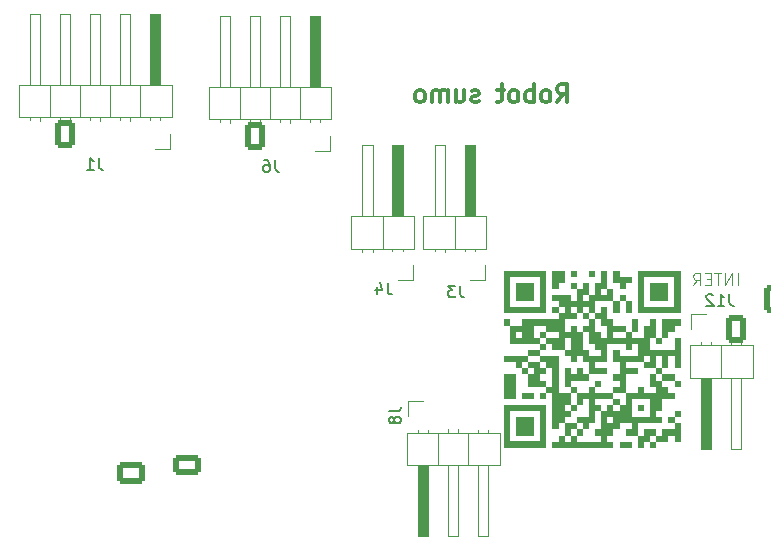
<source format=gbr>
%TF.GenerationSoftware,KiCad,Pcbnew,9.0.6*%
%TF.CreationDate,2026-01-16T11:33:12+01:00*%
%TF.ProjectId,PhatBoy_kicad_mark2025,50686174-426f-4795-9f6b-696361645f6d,rev?*%
%TF.SameCoordinates,Original*%
%TF.FileFunction,Legend,Bot*%
%TF.FilePolarity,Positive*%
%FSLAX46Y46*%
G04 Gerber Fmt 4.6, Leading zero omitted, Abs format (unit mm)*
G04 Created by KiCad (PCBNEW 9.0.6) date 2026-01-16 11:33:12*
%MOMM*%
%LPD*%
G01*
G04 APERTURE LIST*
G04 Aperture macros list*
%AMRoundRect*
0 Rectangle with rounded corners*
0 $1 Rounding radius*
0 $2 $3 $4 $5 $6 $7 $8 $9 X,Y pos of 4 corners*
0 Add a 4 corners polygon primitive as box body*
4,1,4,$2,$3,$4,$5,$6,$7,$8,$9,$2,$3,0*
0 Add four circle primitives for the rounded corners*
1,1,$1+$1,$2,$3*
1,1,$1+$1,$4,$5*
1,1,$1+$1,$6,$7*
1,1,$1+$1,$8,$9*
0 Add four rect primitives between the rounded corners*
20,1,$1+$1,$2,$3,$4,$5,0*
20,1,$1+$1,$4,$5,$6,$7,0*
20,1,$1+$1,$6,$7,$8,$9,0*
20,1,$1+$1,$8,$9,$2,$3,0*%
G04 Aperture macros list end*
%ADD10C,0.000000*%
%ADD11C,0.300000*%
%ADD12C,0.100000*%
%ADD13C,0.150000*%
%ADD14C,0.120000*%
%ADD15C,5.600000*%
%ADD16O,1.700000X2.400000*%
%ADD17RoundRect,0.250000X-0.600000X0.950000X-0.600000X-0.950000X0.600000X-0.950000X0.600000X0.950000X0*%
%ADD18O,2.400000X1.800000*%
%ADD19RoundRect,0.250000X0.950000X-0.650000X0.950000X0.650000X-0.950000X0.650000X-0.950000X-0.650000X0*%
%ADD20O,2.400000X1.700000*%
%ADD21RoundRect,0.250000X-0.950000X-0.600000X0.950000X-0.600000X0.950000X0.600000X-0.950000X0.600000X0*%
%ADD22RoundRect,0.250000X0.600000X-0.950000X0.600000X0.950000X-0.600000X0.950000X-0.600000X-0.950000X0*%
%ADD23R,1.700000X2.400000*%
G04 APERTURE END LIST*
D10*
G36*
X87040345Y-85662069D02*
G01*
X86523103Y-85662069D01*
X86523103Y-85144827D01*
X87040345Y-85144827D01*
X87040345Y-85662069D01*
G37*
G36*
X90661035Y-96524138D02*
G01*
X90143793Y-96524138D01*
X90143793Y-96006896D01*
X90661035Y-96006896D01*
X90661035Y-96524138D01*
G37*
G36*
X79798965Y-96006897D02*
G01*
X79281724Y-96006897D01*
X79281724Y-95489655D01*
X79798965Y-95489655D01*
X79798965Y-96006897D01*
G37*
G36*
X82385172Y-96006897D02*
G01*
X81867931Y-96006897D01*
X81867931Y-95489655D01*
X82385172Y-95489655D01*
X82385172Y-96006897D01*
G37*
G36*
X91178275Y-93420689D02*
G01*
X90661035Y-93420689D01*
X90661035Y-92903448D01*
X91178275Y-92903448D01*
X91178275Y-93420689D01*
G37*
G36*
X77730000Y-95489655D02*
G01*
X77212758Y-95489655D01*
X77212758Y-94972414D01*
X77730000Y-94972414D01*
X77730000Y-95489655D01*
G37*
G36*
X79281724Y-91351725D02*
G01*
X78764482Y-91351725D01*
X78764482Y-90834483D01*
X79281724Y-90834483D01*
X79281724Y-91351725D01*
G37*
G36*
X88074828Y-91351725D02*
G01*
X87557586Y-91351725D01*
X87557586Y-90834483D01*
X88074828Y-90834483D01*
X88074828Y-91351725D01*
G37*
G36*
X82385172Y-97558621D02*
G01*
X81867931Y-97558621D01*
X81867931Y-97041379D01*
X82385172Y-97041379D01*
X82385172Y-97558621D01*
G37*
G36*
X79281724Y-90834483D02*
G01*
X78764482Y-90834483D01*
X78764482Y-90317241D01*
X79281724Y-90317241D01*
X79281724Y-90834483D01*
G37*
G36*
X90661035Y-94972414D02*
G01*
X90143793Y-94972414D01*
X90143793Y-94455172D01*
X90661035Y-94455172D01*
X90661035Y-94972414D01*
G37*
G36*
X80316207Y-94972414D02*
G01*
X79798965Y-94972414D01*
X79798965Y-94455172D01*
X80316207Y-94455172D01*
X80316207Y-94972414D01*
G37*
G36*
X91178275Y-94455173D02*
G01*
X90661035Y-94455173D01*
X90661035Y-93937932D01*
X91178275Y-93937932D01*
X91178275Y-94455173D01*
G37*
G36*
X83419656Y-89282759D02*
G01*
X82902414Y-89282759D01*
X82902414Y-88765517D01*
X83419656Y-88765517D01*
X83419656Y-89282759D01*
G37*
G36*
X79798965Y-94455173D02*
G01*
X79281724Y-94455173D01*
X79281724Y-93937932D01*
X79798965Y-93937932D01*
X79798965Y-94455173D01*
G37*
G36*
X82385172Y-85662069D02*
G01*
X81867931Y-85662069D01*
X81867931Y-85144827D01*
X82385172Y-85144827D01*
X82385172Y-85662069D01*
G37*
G36*
X87040345Y-95489655D02*
G01*
X86523103Y-95489655D01*
X86523103Y-94972414D01*
X87040345Y-94972414D01*
X87040345Y-95489655D01*
G37*
G36*
X79281724Y-93937932D02*
G01*
X78764482Y-93937932D01*
X78764482Y-93420689D01*
X79281724Y-93420689D01*
X79281724Y-93937932D01*
G37*
G36*
X88074828Y-91868966D02*
G01*
X87557586Y-91868966D01*
X87557586Y-91351724D01*
X88074828Y-91351724D01*
X88074828Y-91868966D01*
G37*
G36*
X84454138Y-89282759D02*
G01*
X83936897Y-89282759D01*
X83936897Y-88765517D01*
X84454138Y-88765517D01*
X84454138Y-89282759D01*
G37*
G36*
X81867931Y-96006897D02*
G01*
X81350690Y-96006897D01*
X81350690Y-95489655D01*
X81867931Y-95489655D01*
X81867931Y-96006897D01*
G37*
G36*
X82385172Y-88248276D02*
G01*
X81867931Y-88248276D01*
X81867931Y-87731034D01*
X82385172Y-87731034D01*
X82385172Y-88248276D01*
G37*
G36*
X81867931Y-95489655D02*
G01*
X81350690Y-95489655D01*
X81350690Y-94972414D01*
X81867931Y-94972414D01*
X81867931Y-95489655D01*
G37*
G36*
X86005863Y-86696551D02*
G01*
X85488620Y-86696551D01*
X85488620Y-86179310D01*
X86005863Y-86179310D01*
X86005863Y-86696551D01*
G37*
G36*
X83419656Y-86696551D02*
G01*
X82902414Y-86696551D01*
X82902414Y-86179310D01*
X83419656Y-86179310D01*
X83419656Y-86696551D01*
G37*
G36*
X82902414Y-99110344D02*
G01*
X82385172Y-99110344D01*
X82385172Y-98593104D01*
X82902414Y-98593104D01*
X82902414Y-99110344D01*
G37*
G36*
X84971380Y-96524138D02*
G01*
X84454138Y-96524138D01*
X84454138Y-96006896D01*
X84971380Y-96006896D01*
X84971380Y-96524138D01*
G37*
G36*
X84971380Y-97558621D02*
G01*
X84454138Y-97558621D01*
X84454138Y-97041379D01*
X84971380Y-97041379D01*
X84971380Y-97558621D01*
G37*
G36*
X79798965Y-94972414D02*
G01*
X79281724Y-94972414D01*
X79281724Y-94455172D01*
X79798965Y-94455172D01*
X79798965Y-94972414D01*
G37*
G36*
X87040345Y-88765517D02*
G01*
X86523103Y-88765517D01*
X86523103Y-88248276D01*
X87040345Y-88248276D01*
X87040345Y-88765517D01*
G37*
G36*
X84971380Y-93420689D02*
G01*
X84454138Y-93420689D01*
X84454138Y-92903448D01*
X84971380Y-92903448D01*
X84971380Y-93420689D01*
G37*
G36*
X84971380Y-89800000D02*
G01*
X84454138Y-89800000D01*
X84454138Y-89282759D01*
X84971380Y-89282759D01*
X84971380Y-89800000D01*
G37*
G36*
X88592069Y-90317241D02*
G01*
X88074827Y-90317241D01*
X88074827Y-89800000D01*
X88592069Y-89800000D01*
X88592069Y-90317241D01*
G37*
G36*
X92212758Y-92903449D02*
G01*
X91695518Y-92903449D01*
X91695518Y-92386207D01*
X92212758Y-92386207D01*
X92212758Y-92903449D01*
G37*
G36*
X91695516Y-89800000D02*
G01*
X91178275Y-89800000D01*
X91178275Y-89282759D01*
X91695516Y-89282759D01*
X91695516Y-89800000D01*
G37*
G36*
X82385172Y-87731034D02*
G01*
X81867931Y-87731034D01*
X81867931Y-87213793D01*
X82385172Y-87213793D01*
X82385172Y-87731034D01*
G37*
G36*
X87557586Y-97558621D02*
G01*
X87040345Y-97558621D01*
X87040345Y-97041379D01*
X87557586Y-97041379D01*
X87557586Y-97558621D01*
G37*
G36*
X81350690Y-93420689D02*
G01*
X80833448Y-93420689D01*
X80833448Y-92903448D01*
X81350690Y-92903448D01*
X81350690Y-93420689D01*
G37*
G36*
X92212758Y-91351725D02*
G01*
X91695518Y-91351725D01*
X91695518Y-90834483D01*
X92212758Y-90834483D01*
X92212758Y-91351725D01*
G37*
G36*
X81867931Y-91351725D02*
G01*
X81350690Y-91351725D01*
X81350690Y-90834483D01*
X81867931Y-90834483D01*
X81867931Y-91351725D01*
G37*
G36*
X81867931Y-85662069D02*
G01*
X81350690Y-85662069D01*
X81350690Y-85144827D01*
X81867931Y-85144827D01*
X81867931Y-85662069D01*
G37*
G36*
X87040345Y-98075862D02*
G01*
X86523103Y-98075862D01*
X86523103Y-97558621D01*
X87040345Y-97558621D01*
X87040345Y-98075862D01*
G37*
G36*
X79798965Y-89800000D02*
G01*
X79281724Y-89800000D01*
X79281724Y-89282759D01*
X79798965Y-89282759D01*
X79798965Y-89800000D01*
G37*
G36*
X79798965Y-90317241D02*
G01*
X79281724Y-90317241D01*
X79281724Y-89800000D01*
X79798965Y-89800000D01*
X79798965Y-90317241D01*
G37*
G36*
X85488620Y-92903449D02*
G01*
X84971379Y-92903449D01*
X84971379Y-92386207D01*
X85488620Y-92386207D01*
X85488620Y-92903449D01*
G37*
G36*
X86005863Y-97558621D02*
G01*
X85488620Y-97558621D01*
X85488620Y-97041379D01*
X86005863Y-97041379D01*
X86005863Y-97558621D01*
G37*
G36*
X90661035Y-99627585D02*
G01*
X90143793Y-99627585D01*
X90143793Y-99110344D01*
X90661035Y-99110344D01*
X90661035Y-99627585D01*
G37*
G36*
X87557586Y-92903449D02*
G01*
X87040345Y-92903449D01*
X87040345Y-92386207D01*
X87557586Y-92386207D01*
X87557586Y-92903449D01*
G37*
G36*
X86005863Y-89800000D02*
G01*
X85488620Y-89800000D01*
X85488620Y-89282759D01*
X86005863Y-89282759D01*
X86005863Y-89800000D01*
G37*
G36*
X91178275Y-99627585D02*
G01*
X90661035Y-99627585D01*
X90661035Y-99110344D01*
X91178275Y-99110344D01*
X91178275Y-99627585D01*
G37*
G36*
X92212758Y-99627585D02*
G01*
X91695518Y-99627585D01*
X91695518Y-99110344D01*
X92212758Y-99110344D01*
X92212758Y-99627585D01*
G37*
G36*
X86005863Y-99627585D02*
G01*
X85488620Y-99627585D01*
X85488620Y-99110344D01*
X86005863Y-99110344D01*
X86005863Y-99627585D01*
G37*
G36*
X83419656Y-90317241D02*
G01*
X82902414Y-90317241D01*
X82902414Y-89800000D01*
X83419656Y-89800000D01*
X83419656Y-90317241D01*
G37*
G36*
X78247241Y-94455173D02*
G01*
X77730000Y-94455173D01*
X77730000Y-93937932D01*
X78247241Y-93937932D01*
X78247241Y-94455173D01*
G37*
G36*
X87557586Y-94972414D02*
G01*
X87040345Y-94972414D01*
X87040345Y-94455172D01*
X87557586Y-94455172D01*
X87557586Y-94972414D01*
G37*
G36*
X82902414Y-90834483D02*
G01*
X82385172Y-90834483D01*
X82385172Y-90317241D01*
X82902414Y-90317241D01*
X82902414Y-90834483D01*
G37*
G36*
X83419656Y-100144827D02*
G01*
X82902414Y-100144827D01*
X82902414Y-99627587D01*
X83419656Y-99627587D01*
X83419656Y-100144827D01*
G37*
G36*
X85488620Y-87731034D02*
G01*
X84971379Y-87731034D01*
X84971379Y-87213793D01*
X85488620Y-87213793D01*
X85488620Y-87731034D01*
G37*
G36*
X84454138Y-100144827D02*
G01*
X83936897Y-100144827D01*
X83936897Y-99627587D01*
X84454138Y-99627587D01*
X84454138Y-100144827D01*
G37*
G36*
X82902414Y-88248276D02*
G01*
X82385172Y-88248276D01*
X82385172Y-87731034D01*
X82902414Y-87731034D01*
X82902414Y-88248276D01*
G37*
G36*
X81350690Y-92903449D02*
G01*
X80833448Y-92903449D01*
X80833448Y-92386207D01*
X81350690Y-92386207D01*
X81350690Y-92903449D01*
G37*
G36*
X81867931Y-92903449D02*
G01*
X81350690Y-92903449D01*
X81350690Y-92386207D01*
X81867931Y-92386207D01*
X81867931Y-92903449D01*
G37*
G36*
X86005863Y-93937932D02*
G01*
X85488620Y-93937932D01*
X85488620Y-93420689D01*
X86005863Y-93420689D01*
X86005863Y-93937932D01*
G37*
G36*
X89626552Y-92386207D02*
G01*
X89109310Y-92386207D01*
X89109310Y-91868966D01*
X89626552Y-91868966D01*
X89626552Y-92386207D01*
G37*
G36*
X84971380Y-95489655D02*
G01*
X84454138Y-95489655D01*
X84454138Y-94972414D01*
X84971380Y-94972414D01*
X84971380Y-95489655D01*
G37*
G36*
X83419656Y-92903449D02*
G01*
X82902414Y-92903449D01*
X82902414Y-92386207D01*
X83419656Y-92386207D01*
X83419656Y-92903449D01*
G37*
G36*
X90661035Y-98075862D02*
G01*
X90143793Y-98075862D01*
X90143793Y-97558621D01*
X90661035Y-97558621D01*
X90661035Y-98075862D01*
G37*
G36*
X81867931Y-91868966D02*
G01*
X81350690Y-91868966D01*
X81350690Y-91351724D01*
X81867931Y-91351724D01*
X81867931Y-91868966D01*
G37*
G36*
X90661035Y-93937932D02*
G01*
X90143793Y-93937932D01*
X90143793Y-93420689D01*
X90661035Y-93420689D01*
X90661035Y-93937932D01*
G37*
G36*
X80833448Y-90834483D02*
G01*
X80316207Y-90834483D01*
X80316207Y-90317241D01*
X80833448Y-90317241D01*
X80833448Y-90834483D01*
G37*
G36*
X83936897Y-87731034D02*
G01*
X83419655Y-87731034D01*
X83419655Y-87213793D01*
X83936897Y-87213793D01*
X83936897Y-87731034D01*
G37*
G36*
X82385172Y-91868966D02*
G01*
X81867931Y-91868966D01*
X81867931Y-91351724D01*
X82385172Y-91351724D01*
X82385172Y-91868966D01*
G37*
G36*
X80833448Y-89800000D02*
G01*
X80316207Y-89800000D01*
X80316207Y-89282759D01*
X80833448Y-89282759D01*
X80833448Y-89800000D01*
G37*
G36*
X83419656Y-90834483D02*
G01*
X82902414Y-90834483D01*
X82902414Y-90317241D01*
X83419656Y-90317241D01*
X83419656Y-90834483D01*
G37*
G36*
X83936897Y-91351725D02*
G01*
X83419655Y-91351725D01*
X83419655Y-90834483D01*
X83936897Y-90834483D01*
X83936897Y-91351725D01*
G37*
G36*
X90143793Y-90317241D02*
G01*
X89626552Y-90317241D01*
X89626552Y-89800000D01*
X90143793Y-89800000D01*
X90143793Y-90317241D01*
G37*
G36*
X82902414Y-97558621D02*
G01*
X82385172Y-97558621D01*
X82385172Y-97041379D01*
X82902414Y-97041379D01*
X82902414Y-97558621D01*
G37*
G36*
X79798965Y-87731034D02*
G01*
X78247241Y-87731034D01*
X78247241Y-86179310D01*
X79798965Y-86179310D01*
X79798965Y-87731034D01*
G37*
G36*
X85488620Y-91351725D02*
G01*
X84971379Y-91351725D01*
X84971379Y-90834483D01*
X85488620Y-90834483D01*
X85488620Y-91351725D01*
G37*
G36*
X92212758Y-97558621D02*
G01*
X91695518Y-97558621D01*
X91695518Y-97041379D01*
X92212758Y-97041379D01*
X92212758Y-97558621D01*
G37*
G36*
X81867931Y-93420689D02*
G01*
X81350690Y-93420689D01*
X81350690Y-92903448D01*
X81867931Y-92903448D01*
X81867931Y-93420689D01*
G37*
G36*
X88592069Y-96006897D02*
G01*
X88074827Y-96006897D01*
X88074827Y-95489655D01*
X88592069Y-95489655D01*
X88592069Y-96006897D01*
G37*
G36*
X86005863Y-98593104D02*
G01*
X85488620Y-98593104D01*
X85488620Y-98075862D01*
X86005863Y-98075862D01*
X86005863Y-98593104D01*
G37*
G36*
X77730000Y-96006897D02*
G01*
X77212758Y-96006897D01*
X77212758Y-95489655D01*
X77730000Y-95489655D01*
X77730000Y-96006897D01*
G37*
G36*
X88074828Y-93937932D02*
G01*
X87557586Y-93937932D01*
X87557586Y-93420689D01*
X88074828Y-93420689D01*
X88074828Y-93937932D01*
G37*
G36*
X91695516Y-92386207D02*
G01*
X91178275Y-92386207D01*
X91178275Y-91868966D01*
X91695516Y-91868966D01*
X91695516Y-92386207D01*
G37*
G36*
X84971380Y-88248276D02*
G01*
X84454138Y-88248276D01*
X84454138Y-87731034D01*
X84971380Y-87731034D01*
X84971380Y-88248276D01*
G37*
G36*
X90143793Y-96006897D02*
G01*
X89626552Y-96006897D01*
X89626552Y-95489655D01*
X90143793Y-95489655D01*
X90143793Y-96006897D01*
G37*
G36*
X91695516Y-96006897D02*
G01*
X91178275Y-96006897D01*
X91178275Y-95489655D01*
X91695516Y-95489655D01*
X91695516Y-96006897D01*
G37*
G36*
X82902414Y-96006897D02*
G01*
X82385172Y-96006897D01*
X82385172Y-95489655D01*
X82902414Y-95489655D01*
X82902414Y-96006897D01*
G37*
G36*
X86005863Y-87731034D02*
G01*
X85488620Y-87731034D01*
X85488620Y-87213793D01*
X86005863Y-87213793D01*
X86005863Y-87731034D01*
G37*
G36*
X80316207Y-92386207D02*
G01*
X79798965Y-92386207D01*
X79798965Y-91868966D01*
X80316207Y-91868966D01*
X80316207Y-92386207D01*
G37*
G36*
X86005863Y-89282759D02*
G01*
X85488620Y-89282759D01*
X85488620Y-88765517D01*
X86005863Y-88765517D01*
X86005863Y-89282759D01*
G37*
G36*
X81867931Y-94455173D02*
G01*
X81350690Y-94455173D01*
X81350690Y-93937932D01*
X81867931Y-93937932D01*
X81867931Y-94455173D01*
G37*
G36*
X83936897Y-96524138D02*
G01*
X83419655Y-96524138D01*
X83419655Y-96006896D01*
X83936897Y-96006896D01*
X83936897Y-96524138D01*
G37*
G36*
X89109310Y-92386207D02*
G01*
X88592069Y-92386207D01*
X88592069Y-91868966D01*
X89109310Y-91868966D01*
X89109310Y-92386207D01*
G37*
G36*
X90143793Y-90834483D02*
G01*
X89626552Y-90834483D01*
X89626552Y-90317241D01*
X90143793Y-90317241D01*
X90143793Y-90834483D01*
G37*
G36*
X88074828Y-98075862D02*
G01*
X87557586Y-98075862D01*
X87557586Y-97558621D01*
X88074828Y-97558621D01*
X88074828Y-98075862D01*
G37*
G36*
X91695516Y-90317241D02*
G01*
X91178275Y-90317241D01*
X91178275Y-89800000D01*
X91695516Y-89800000D01*
X91695516Y-90317241D01*
G37*
G36*
X87557586Y-87731034D02*
G01*
X87040345Y-87731034D01*
X87040345Y-87213793D01*
X87557586Y-87213793D01*
X87557586Y-87731034D01*
G37*
G36*
X84454138Y-94455173D02*
G01*
X83936897Y-94455173D01*
X83936897Y-93937932D01*
X84454138Y-93937932D01*
X84454138Y-94455173D01*
G37*
G36*
X86523104Y-90317241D02*
G01*
X86005863Y-90317241D01*
X86005863Y-89800000D01*
X86523104Y-89800000D01*
X86523104Y-90317241D01*
G37*
G36*
X83936897Y-99110344D02*
G01*
X83419655Y-99110344D01*
X83419655Y-98593104D01*
X83936897Y-98593104D01*
X83936897Y-99110344D01*
G37*
G36*
X86005863Y-91351725D02*
G01*
X85488620Y-91351725D01*
X85488620Y-90834483D01*
X86005863Y-90834483D01*
X86005863Y-91351725D01*
G37*
G36*
X87557586Y-93937932D02*
G01*
X87040345Y-93937932D01*
X87040345Y-93420689D01*
X87557586Y-93420689D01*
X87557586Y-93937932D01*
G37*
G36*
X89626552Y-99627585D02*
G01*
X89109310Y-99627585D01*
X89109310Y-99110344D01*
X89626552Y-99110344D01*
X89626552Y-99627585D01*
G37*
G36*
X83419656Y-88248276D02*
G01*
X82902414Y-88248276D01*
X82902414Y-87731034D01*
X83419656Y-87731034D01*
X83419656Y-88248276D01*
G37*
G36*
X84454138Y-92386207D02*
G01*
X83936897Y-92386207D01*
X83936897Y-91868966D01*
X84454138Y-91868966D01*
X84454138Y-92386207D01*
G37*
G36*
X81867931Y-97041379D02*
G01*
X81350690Y-97041379D01*
X81350690Y-96524138D01*
X81867931Y-96524138D01*
X81867931Y-97041379D01*
G37*
G36*
X82385172Y-96524138D02*
G01*
X81867931Y-96524138D01*
X81867931Y-96006896D01*
X82385172Y-96006896D01*
X82385172Y-96524138D01*
G37*
G36*
X87040345Y-91351725D02*
G01*
X86523103Y-91351725D01*
X86523103Y-90834483D01*
X87040345Y-90834483D01*
X87040345Y-91351725D01*
G37*
G36*
X88074828Y-96524138D02*
G01*
X87557586Y-96524138D01*
X87557586Y-96006896D01*
X88074828Y-96006896D01*
X88074828Y-96524138D01*
G37*
G36*
X83419656Y-91868966D02*
G01*
X82902414Y-91868966D01*
X82902414Y-91351724D01*
X83419656Y-91351724D01*
X83419656Y-91868966D01*
G37*
G36*
X91178275Y-90317241D02*
G01*
X90661035Y-90317241D01*
X90661035Y-89800000D01*
X91178275Y-89800000D01*
X91178275Y-90317241D01*
G37*
G36*
X87557586Y-90317241D02*
G01*
X87040345Y-90317241D01*
X87040345Y-89800000D01*
X87557586Y-89800000D01*
X87557586Y-90317241D01*
G37*
G36*
X92212758Y-99110344D02*
G01*
X91695518Y-99110344D01*
X91695518Y-98593104D01*
X92212758Y-98593104D01*
X92212758Y-99110344D01*
G37*
G36*
X84971380Y-100144827D02*
G01*
X84454138Y-100144827D01*
X84454138Y-99627587D01*
X84971380Y-99627587D01*
X84971380Y-100144827D01*
G37*
G36*
X88074828Y-88765517D02*
G01*
X87557586Y-88765517D01*
X87557586Y-88248276D01*
X88074828Y-88248276D01*
X88074828Y-88765517D01*
G37*
G36*
X87040345Y-86179310D02*
G01*
X86523103Y-86179310D01*
X86523103Y-85662069D01*
X87040345Y-85662069D01*
X87040345Y-86179310D01*
G37*
G36*
X86523104Y-97558621D02*
G01*
X86005863Y-97558621D01*
X86005863Y-97041379D01*
X86523104Y-97041379D01*
X86523104Y-97558621D01*
G37*
G36*
X87040345Y-98593104D02*
G01*
X86523103Y-98593104D01*
X86523103Y-98075862D01*
X87040345Y-98075862D01*
X87040345Y-98593104D01*
G37*
G36*
X82902414Y-87731034D02*
G01*
X82385172Y-87731034D01*
X82385172Y-87213793D01*
X82902414Y-87213793D01*
X82902414Y-87731034D01*
G37*
G36*
X87557586Y-100144827D02*
G01*
X87040345Y-100144827D01*
X87040345Y-99627587D01*
X87557586Y-99627587D01*
X87557586Y-100144827D01*
G37*
G36*
X78247241Y-96006897D02*
G01*
X77730000Y-96006897D01*
X77730000Y-95489655D01*
X78247241Y-95489655D01*
X78247241Y-96006897D01*
G37*
G36*
X82385172Y-86179310D02*
G01*
X81867931Y-86179310D01*
X81867931Y-85662069D01*
X82385172Y-85662069D01*
X82385172Y-86179310D01*
G37*
G36*
X89626552Y-98075862D02*
G01*
X89109310Y-98075862D01*
X89109310Y-97558621D01*
X89626552Y-97558621D01*
X89626552Y-98075862D01*
G37*
G36*
X81350690Y-89800000D02*
G01*
X80833448Y-89800000D01*
X80833448Y-89282759D01*
X81350690Y-89282759D01*
X81350690Y-89800000D01*
G37*
G36*
X82385172Y-98075862D02*
G01*
X81867931Y-98075862D01*
X81867931Y-97558621D01*
X82385172Y-97558621D01*
X82385172Y-98075862D01*
G37*
G36*
X90143793Y-94455173D02*
G01*
X89626552Y-94455173D01*
X89626552Y-93937932D01*
X90143793Y-93937932D01*
X90143793Y-94455173D01*
G37*
G36*
X88074828Y-86179310D02*
G01*
X87557586Y-86179310D01*
X87557586Y-85662069D01*
X88074828Y-85662069D01*
X88074828Y-86179310D01*
G37*
G36*
X88074828Y-97041379D02*
G01*
X87557586Y-97041379D01*
X87557586Y-96524138D01*
X88074828Y-96524138D01*
X88074828Y-97041379D01*
G37*
G36*
X87557586Y-94455173D02*
G01*
X87040345Y-94455173D01*
X87040345Y-93937932D01*
X87557586Y-93937932D01*
X87557586Y-94455173D01*
G37*
G36*
X85488620Y-96006897D02*
G01*
X84971379Y-96006897D01*
X84971379Y-95489655D01*
X85488620Y-95489655D01*
X85488620Y-96006897D01*
G37*
G36*
X90143793Y-94972414D02*
G01*
X89626552Y-94972414D01*
X89626552Y-94455172D01*
X90143793Y-94455172D01*
X90143793Y-94972414D01*
G37*
G36*
X82902414Y-89282759D02*
G01*
X82385172Y-89282759D01*
X82385172Y-88765517D01*
X82902414Y-88765517D01*
X82902414Y-89282759D01*
G37*
G36*
X83419656Y-99627585D02*
G01*
X82902414Y-99627585D01*
X82902414Y-99110344D01*
X83419656Y-99110344D01*
X83419656Y-99627585D01*
G37*
G36*
X82902414Y-93937932D02*
G01*
X82385172Y-93937932D01*
X82385172Y-93420689D01*
X82902414Y-93420689D01*
X82902414Y-93937932D01*
G37*
G36*
X86005863Y-91868966D02*
G01*
X85488620Y-91868966D01*
X85488620Y-91351724D01*
X86005863Y-91351724D01*
X86005863Y-91868966D01*
G37*
G36*
X87557586Y-95489655D02*
G01*
X87040345Y-95489655D01*
X87040345Y-94972414D01*
X87557586Y-94972414D01*
X87557586Y-95489655D01*
G37*
G36*
X86523104Y-96006897D02*
G01*
X86005863Y-96006897D01*
X86005863Y-95489655D01*
X86523104Y-95489655D01*
X86523104Y-96006897D01*
G37*
G36*
X80316207Y-94455173D02*
G01*
X79798965Y-94455173D01*
X79798965Y-93937932D01*
X80316207Y-93937932D01*
X80316207Y-94455173D01*
G37*
G36*
X84971380Y-88765517D02*
G01*
X84454138Y-88765517D01*
X84454138Y-88248276D01*
X84971380Y-88248276D01*
X84971380Y-88765517D01*
G37*
G36*
X81867931Y-97558621D02*
G01*
X81350690Y-97558621D01*
X81350690Y-97041379D01*
X81867931Y-97041379D01*
X81867931Y-97558621D01*
G37*
G36*
X90143793Y-92386207D02*
G01*
X89626552Y-92386207D01*
X89626552Y-91868966D01*
X90143793Y-91868966D01*
X90143793Y-92386207D01*
G37*
G36*
X84454138Y-88248276D02*
G01*
X83936897Y-88248276D01*
X83936897Y-87731034D01*
X84454138Y-87731034D01*
X84454138Y-88248276D01*
G37*
G36*
X90143793Y-98075862D02*
G01*
X89626552Y-98075862D01*
X89626552Y-97558621D01*
X90143793Y-97558621D01*
X90143793Y-98075862D01*
G37*
G36*
X90143793Y-93420689D02*
G01*
X89626552Y-93420689D01*
X89626552Y-92903448D01*
X90143793Y-92903448D01*
X90143793Y-93420689D01*
G37*
G36*
X91178275Y-92903449D02*
G01*
X90661035Y-92903449D01*
X90661035Y-92386207D01*
X91178275Y-92386207D01*
X91178275Y-92903449D01*
G37*
G36*
X83936897Y-90834483D02*
G01*
X83419655Y-90834483D01*
X83419655Y-90317241D01*
X83936897Y-90317241D01*
X83936897Y-90834483D01*
G37*
G36*
X87040345Y-88248276D02*
G01*
X86523103Y-88248276D01*
X86523103Y-87731034D01*
X87040345Y-87731034D01*
X87040345Y-88248276D01*
G37*
G36*
X88074828Y-99110344D02*
G01*
X87557586Y-99110344D01*
X87557586Y-98593104D01*
X88074828Y-98593104D01*
X88074828Y-99110344D01*
G37*
G36*
X86523104Y-91351725D02*
G01*
X86005863Y-91351725D01*
X86005863Y-90834483D01*
X86523104Y-90834483D01*
X86523104Y-91351725D01*
G37*
G36*
X89626552Y-90834483D02*
G01*
X89109310Y-90834483D01*
X89109310Y-90317241D01*
X89626552Y-90317241D01*
X89626552Y-90834483D01*
G37*
G36*
X90143793Y-97041379D02*
G01*
X89626552Y-97041379D01*
X89626552Y-96524138D01*
X90143793Y-96524138D01*
X90143793Y-97041379D01*
G37*
G36*
X91178275Y-99110344D02*
G01*
X90661035Y-99110344D01*
X90661035Y-98593104D01*
X91178275Y-98593104D01*
X91178275Y-99110344D01*
G37*
G36*
X83419656Y-98593104D02*
G01*
X82902414Y-98593104D01*
X82902414Y-98075862D01*
X83419656Y-98075862D01*
X83419656Y-98593104D01*
G37*
G36*
X89626552Y-91351725D02*
G01*
X89109310Y-91351725D01*
X89109310Y-90834483D01*
X89626552Y-90834483D01*
X89626552Y-91351725D01*
G37*
G36*
X83419656Y-85662069D02*
G01*
X82902414Y-85662069D01*
X82902414Y-85144827D01*
X83419656Y-85144827D01*
X83419656Y-85662069D01*
G37*
G36*
X82902414Y-98593104D02*
G01*
X82385172Y-98593104D01*
X82385172Y-98075862D01*
X82902414Y-98075862D01*
X82902414Y-98593104D01*
G37*
G36*
X78764482Y-90317241D02*
G01*
X78247241Y-90317241D01*
X78247241Y-89800000D01*
X78764482Y-89800000D01*
X78764482Y-90317241D01*
G37*
G36*
X86523104Y-98593104D02*
G01*
X86005863Y-98593104D01*
X86005863Y-98075862D01*
X86523104Y-98075862D01*
X86523104Y-98593104D01*
G37*
G36*
X83936897Y-98075862D02*
G01*
X83419655Y-98075862D01*
X83419655Y-97558621D01*
X83936897Y-97558621D01*
X83936897Y-98075862D01*
G37*
G36*
X88074828Y-97558621D02*
G01*
X87557586Y-97558621D01*
X87557586Y-97041379D01*
X88074828Y-97041379D01*
X88074828Y-97558621D01*
G37*
G36*
X92212758Y-93420689D02*
G01*
X91695518Y-93420689D01*
X91695518Y-92903448D01*
X92212758Y-92903448D01*
X92212758Y-93420689D01*
G37*
G36*
X82902414Y-94455173D02*
G01*
X82385172Y-94455173D01*
X82385172Y-93937932D01*
X82902414Y-93937932D01*
X82902414Y-94455173D01*
G37*
G36*
X89109310Y-92903449D02*
G01*
X88592069Y-92903449D01*
X88592069Y-92386207D01*
X89109310Y-92386207D01*
X89109310Y-92903449D01*
G37*
G36*
X88074828Y-96006897D02*
G01*
X87557586Y-96006897D01*
X87557586Y-95489655D01*
X88074828Y-95489655D01*
X88074828Y-96006897D01*
G37*
G36*
X89109310Y-97041379D02*
G01*
X88592069Y-97041379D01*
X88592069Y-96524138D01*
X89109310Y-96524138D01*
X89109310Y-97041379D01*
G37*
G36*
X84454138Y-96006897D02*
G01*
X83936897Y-96006897D01*
X83936897Y-95489655D01*
X84454138Y-95489655D01*
X84454138Y-96006897D01*
G37*
G36*
X92212758Y-92386207D02*
G01*
X91695518Y-92386207D01*
X91695518Y-91868966D01*
X92212758Y-91868966D01*
X92212758Y-92386207D01*
G37*
G36*
X87557586Y-97041379D02*
G01*
X87040345Y-97041379D01*
X87040345Y-96524138D01*
X87557586Y-96524138D01*
X87557586Y-97041379D01*
G37*
G36*
X82902414Y-88765517D02*
G01*
X82385172Y-88765517D01*
X82385172Y-88248276D01*
X82902414Y-88248276D01*
X82902414Y-88765517D01*
G37*
G36*
X85488620Y-93937932D02*
G01*
X84971379Y-93937932D01*
X84971379Y-93420689D01*
X85488620Y-93420689D01*
X85488620Y-93937932D01*
G37*
G36*
X85488620Y-86696551D02*
G01*
X84971379Y-86696551D01*
X84971379Y-86179310D01*
X85488620Y-86179310D01*
X85488620Y-86696551D01*
G37*
G36*
X78764482Y-92903449D02*
G01*
X78247241Y-92903449D01*
X78247241Y-92386207D01*
X78764482Y-92386207D01*
X78764482Y-92903449D01*
G37*
G36*
X79281724Y-92903449D02*
G01*
X78764482Y-92903449D01*
X78764482Y-92386207D01*
X79281724Y-92386207D01*
X79281724Y-92903449D01*
G37*
G36*
X84971380Y-96006897D02*
G01*
X84454138Y-96006897D01*
X84454138Y-95489655D01*
X84971380Y-95489655D01*
X84971380Y-96006897D01*
G37*
G36*
X85488620Y-91868966D02*
G01*
X84971379Y-91868966D01*
X84971379Y-91351724D01*
X85488620Y-91351724D01*
X85488620Y-91868966D01*
G37*
G36*
X81350690Y-95489655D02*
G01*
X80833448Y-95489655D01*
X80833448Y-94972414D01*
X81350690Y-94972414D01*
X81350690Y-95489655D01*
G37*
G36*
X85488620Y-89282759D02*
G01*
X84971379Y-89282759D01*
X84971379Y-88765517D01*
X85488620Y-88765517D01*
X85488620Y-89282759D01*
G37*
G36*
X86005863Y-96006897D02*
G01*
X85488620Y-96006897D01*
X85488620Y-95489655D01*
X86005863Y-95489655D01*
X86005863Y-96006897D01*
G37*
G36*
X82385172Y-91351725D02*
G01*
X81867931Y-91351725D01*
X81867931Y-90834483D01*
X82385172Y-90834483D01*
X82385172Y-91351725D01*
G37*
G36*
X86005863Y-100144827D02*
G01*
X85488620Y-100144827D01*
X85488620Y-99627587D01*
X86005863Y-99627587D01*
X86005863Y-100144827D01*
G37*
G36*
X90143793Y-89800000D02*
G01*
X89626552Y-89800000D01*
X89626552Y-89282759D01*
X90143793Y-89282759D01*
X90143793Y-89800000D01*
G37*
G36*
X90661035Y-96006897D02*
G01*
X90143793Y-96006897D01*
X90143793Y-95489655D01*
X90661035Y-95489655D01*
X90661035Y-96006897D01*
G37*
G36*
X81350690Y-91351725D02*
G01*
X80833448Y-91351725D01*
X80833448Y-90834483D01*
X81350690Y-90834483D01*
X81350690Y-91351725D01*
G37*
G36*
X78247241Y-90834483D02*
G01*
X77730000Y-90834483D01*
X77730000Y-90317241D01*
X78247241Y-90317241D01*
X78247241Y-90834483D01*
G37*
G36*
X89626552Y-93420689D02*
G01*
X89109310Y-93420689D01*
X89109310Y-92903448D01*
X89626552Y-92903448D01*
X89626552Y-93420689D01*
G37*
G36*
X79798965Y-99110344D02*
G01*
X78247241Y-99110344D01*
X78247241Y-97558621D01*
X79798965Y-97558621D01*
X79798965Y-99110344D01*
G37*
G36*
X84971380Y-92903449D02*
G01*
X84454138Y-92903449D01*
X84454138Y-92386207D01*
X84971380Y-92386207D01*
X84971380Y-92903449D01*
G37*
G36*
X86523104Y-99110344D02*
G01*
X86005863Y-99110344D01*
X86005863Y-98593104D01*
X86523104Y-98593104D01*
X86523104Y-99110344D01*
G37*
G36*
X83936897Y-93937932D02*
G01*
X83419655Y-93937932D01*
X83419655Y-93420689D01*
X83936897Y-93420689D01*
X83936897Y-93937932D01*
G37*
G36*
X82902414Y-94972414D02*
G01*
X82385172Y-94972414D01*
X82385172Y-94455172D01*
X82902414Y-94455172D01*
X82902414Y-94972414D01*
G37*
G36*
X87557586Y-86179310D02*
G01*
X87040345Y-86179310D01*
X87040345Y-85662069D01*
X87557586Y-85662069D01*
X87557586Y-86179310D01*
G37*
G36*
X90661035Y-95489655D02*
G01*
X90143793Y-95489655D01*
X90143793Y-94972414D01*
X90661035Y-94972414D01*
X90661035Y-95489655D01*
G37*
G36*
X81867931Y-96524138D02*
G01*
X81350690Y-96524138D01*
X81350690Y-96006896D01*
X81867931Y-96006896D01*
X81867931Y-96524138D01*
G37*
G36*
X87557586Y-93420689D02*
G01*
X87040345Y-93420689D01*
X87040345Y-92903448D01*
X87557586Y-92903448D01*
X87557586Y-93420689D01*
G37*
G36*
X83936897Y-92386207D02*
G01*
X83419655Y-92386207D01*
X83419655Y-91868966D01*
X83936897Y-91868966D01*
X83936897Y-92386207D01*
G37*
G36*
X90143793Y-92903449D02*
G01*
X89626552Y-92903449D01*
X89626552Y-92386207D01*
X90143793Y-92386207D01*
X90143793Y-92903449D01*
G37*
G36*
X84454138Y-92903449D02*
G01*
X83936897Y-92903449D01*
X83936897Y-92386207D01*
X84454138Y-92386207D01*
X84454138Y-92903449D01*
G37*
G36*
X84971380Y-87731034D02*
G01*
X84454138Y-87731034D01*
X84454138Y-87213793D01*
X84971380Y-87213793D01*
X84971380Y-87731034D01*
G37*
G36*
X91695516Y-98075862D02*
G01*
X91178275Y-98075862D01*
X91178275Y-97558621D01*
X91695516Y-97558621D01*
X91695516Y-98075862D01*
G37*
G36*
X81867931Y-87731034D02*
G01*
X81350690Y-87731034D01*
X81350690Y-87213793D01*
X81867931Y-87213793D01*
X81867931Y-87731034D01*
G37*
G36*
X88592069Y-93937932D02*
G01*
X88074827Y-93937932D01*
X88074827Y-93420689D01*
X88592069Y-93420689D01*
X88592069Y-93937932D01*
G37*
G36*
X84454138Y-87213793D02*
G01*
X83936897Y-87213793D01*
X83936897Y-86696551D01*
X84454138Y-86696551D01*
X84454138Y-87213793D01*
G37*
G36*
X81867931Y-89800000D02*
G01*
X81350690Y-89800000D01*
X81350690Y-89282759D01*
X81867931Y-89282759D01*
X81867931Y-89800000D01*
G37*
G36*
X81867931Y-88765517D02*
G01*
X81350690Y-88765517D01*
X81350690Y-88248276D01*
X81867931Y-88248276D01*
X81867931Y-88765517D01*
G37*
G36*
X77730000Y-92903449D02*
G01*
X77212758Y-92903449D01*
X77212758Y-92386207D01*
X77730000Y-92386207D01*
X77730000Y-92903449D01*
G37*
G36*
X81867931Y-90317241D02*
G01*
X81350690Y-90317241D01*
X81350690Y-89800000D01*
X81867931Y-89800000D01*
X81867931Y-90317241D01*
G37*
G36*
X84971380Y-98075862D02*
G01*
X84454138Y-98075862D01*
X84454138Y-97558621D01*
X84971380Y-97558621D01*
X84971380Y-98075862D01*
G37*
G36*
X83419656Y-91351725D02*
G01*
X82902414Y-91351725D01*
X82902414Y-90834483D01*
X83419656Y-90834483D01*
X83419656Y-91351725D01*
G37*
G36*
X86523104Y-97041379D02*
G01*
X86005863Y-97041379D01*
X86005863Y-96524138D01*
X86523104Y-96524138D01*
X86523104Y-97041379D01*
G37*
G36*
X84454138Y-86696551D02*
G01*
X83936897Y-86696551D01*
X83936897Y-86179310D01*
X84454138Y-86179310D01*
X84454138Y-86696551D01*
G37*
G36*
X84454138Y-98593104D02*
G01*
X83936897Y-98593104D01*
X83936897Y-98075862D01*
X84454138Y-98075862D01*
X84454138Y-98593104D01*
G37*
G36*
X78247241Y-91351725D02*
G01*
X77730000Y-91351725D01*
X77730000Y-90834483D01*
X78247241Y-90834483D01*
X78247241Y-91351725D01*
G37*
G36*
X82385172Y-89800000D02*
G01*
X81867931Y-89800000D01*
X81867931Y-89282759D01*
X82385172Y-89282759D01*
X82385172Y-89800000D01*
G37*
G36*
X82385172Y-90834483D02*
G01*
X81867931Y-90834483D01*
X81867931Y-90317241D01*
X82385172Y-90317241D01*
X82385172Y-90834483D01*
G37*
G36*
X85488620Y-99110344D02*
G01*
X84971379Y-99110344D01*
X84971379Y-98593104D01*
X85488620Y-98593104D01*
X85488620Y-99110344D01*
G37*
G36*
X90143793Y-97558621D02*
G01*
X89626552Y-97558621D01*
X89626552Y-97041379D01*
X90143793Y-97041379D01*
X90143793Y-97558621D01*
G37*
G36*
X82385172Y-89282759D02*
G01*
X81867931Y-89282759D01*
X81867931Y-88765517D01*
X82385172Y-88765517D01*
X82385172Y-89282759D01*
G37*
G36*
X82385172Y-100144827D02*
G01*
X81867931Y-100144827D01*
X81867931Y-99627587D01*
X82385172Y-99627587D01*
X82385172Y-100144827D01*
G37*
G36*
X77730000Y-94972414D02*
G01*
X77212758Y-94972414D01*
X77212758Y-94455172D01*
X77730000Y-94455172D01*
X77730000Y-94972414D01*
G37*
G36*
X81350690Y-90317241D02*
G01*
X80833448Y-90317241D01*
X80833448Y-89800000D01*
X81350690Y-89800000D01*
X81350690Y-90317241D01*
G37*
G36*
X87040345Y-94455173D02*
G01*
X86523103Y-94455173D01*
X86523103Y-93937932D01*
X87040345Y-93937932D01*
X87040345Y-94455173D01*
G37*
G36*
X79281724Y-89800000D02*
G01*
X78764482Y-89800000D01*
X78764482Y-89282759D01*
X79281724Y-89282759D01*
X79281724Y-89800000D01*
G37*
G36*
X92212758Y-98593104D02*
G01*
X91695518Y-98593104D01*
X91695518Y-98075862D01*
X92212758Y-98075862D01*
X92212758Y-98593104D01*
G37*
G36*
X84971380Y-90317241D02*
G01*
X84454138Y-90317241D01*
X84454138Y-89800000D01*
X84971380Y-89800000D01*
X84971380Y-90317241D01*
G37*
G36*
X86523104Y-87213793D02*
G01*
X86005863Y-87213793D01*
X86005863Y-86696551D01*
X86523104Y-86696551D01*
X86523104Y-87213793D01*
G37*
G36*
X82385172Y-90317241D02*
G01*
X81867931Y-90317241D01*
X81867931Y-89800000D01*
X82385172Y-89800000D01*
X82385172Y-90317241D01*
G37*
G36*
X91178275Y-92386207D02*
G01*
X90661035Y-92386207D01*
X90661035Y-91868966D01*
X91178275Y-91868966D01*
X91178275Y-92386207D01*
G37*
G36*
X83936897Y-94455173D02*
G01*
X83419655Y-94455173D01*
X83419655Y-93937932D01*
X83936897Y-93937932D01*
X83936897Y-94455173D01*
G37*
G36*
X83936897Y-96006897D02*
G01*
X83419655Y-96006897D01*
X83419655Y-95489655D01*
X83936897Y-95489655D01*
X83936897Y-96006897D01*
G37*
G36*
X89109310Y-91351725D02*
G01*
X88592069Y-91351725D01*
X88592069Y-90834483D01*
X89109310Y-90834483D01*
X89109310Y-91351725D01*
G37*
G36*
X89109310Y-99627585D02*
G01*
X88592069Y-99627585D01*
X88592069Y-99110344D01*
X89109310Y-99110344D01*
X89109310Y-99627585D01*
G37*
G36*
X90661035Y-91351725D02*
G01*
X90143793Y-91351725D01*
X90143793Y-90834483D01*
X90661035Y-90834483D01*
X90661035Y-91351725D01*
G37*
G36*
X80316207Y-93937932D02*
G01*
X79798965Y-93937932D01*
X79798965Y-93420689D01*
X80316207Y-93420689D01*
X80316207Y-93937932D01*
G37*
G36*
X91178275Y-87731034D02*
G01*
X89626552Y-87731034D01*
X89626552Y-86179310D01*
X91178275Y-86179310D01*
X91178275Y-87731034D01*
G37*
G36*
X85488620Y-90834483D02*
G01*
X84971379Y-90834483D01*
X84971379Y-90317241D01*
X85488620Y-90317241D01*
X85488620Y-90834483D01*
G37*
G36*
X86005863Y-92386207D02*
G01*
X85488620Y-92386207D01*
X85488620Y-91868966D01*
X86005863Y-91868966D01*
X86005863Y-92386207D01*
G37*
G36*
X82902414Y-100144827D02*
G01*
X82385172Y-100144827D01*
X82385172Y-99627587D01*
X82902414Y-99627587D01*
X82902414Y-100144827D01*
G37*
G36*
X79281724Y-96006897D02*
G01*
X78764482Y-96006897D01*
X78764482Y-95489655D01*
X79281724Y-95489655D01*
X79281724Y-96006897D01*
G37*
G36*
X78247241Y-92903449D02*
G01*
X77730000Y-92903449D01*
X77730000Y-92386207D01*
X78247241Y-92386207D01*
X78247241Y-92903449D01*
G37*
G36*
X83936897Y-91868966D02*
G01*
X83419655Y-91868966D01*
X83419655Y-91351724D01*
X83936897Y-91351724D01*
X83936897Y-91868966D01*
G37*
G36*
X85488620Y-100144827D02*
G01*
X84971379Y-100144827D01*
X84971379Y-99627587D01*
X85488620Y-99627587D01*
X85488620Y-100144827D01*
G37*
G36*
X90143793Y-96524138D02*
G01*
X89626552Y-96524138D01*
X89626552Y-96006896D01*
X90143793Y-96006896D01*
X90143793Y-96524138D01*
G37*
G36*
X77730000Y-94455173D02*
G01*
X77212758Y-94455173D01*
X77212758Y-93937932D01*
X77730000Y-93937932D01*
X77730000Y-94455173D01*
G37*
G36*
X83419656Y-94455173D02*
G01*
X82902414Y-94455173D01*
X82902414Y-93937932D01*
X83419656Y-93937932D01*
X83419656Y-94455173D01*
G37*
G36*
X83936897Y-88765517D02*
G01*
X83419655Y-88765517D01*
X83419655Y-88248276D01*
X83936897Y-88248276D01*
X83936897Y-88765517D01*
G37*
G36*
X88074828Y-90834483D02*
G01*
X87557586Y-90834483D01*
X87557586Y-90317241D01*
X88074828Y-90317241D01*
X88074828Y-90834483D01*
G37*
G36*
X88074828Y-88248276D02*
G01*
X87557586Y-88248276D01*
X87557586Y-87731034D01*
X88074828Y-87731034D01*
X88074828Y-88248276D01*
G37*
G36*
X78764482Y-91351725D02*
G01*
X78247241Y-91351725D01*
X78247241Y-90834483D01*
X78764482Y-90834483D01*
X78764482Y-91351725D01*
G37*
G36*
X84454138Y-98075862D02*
G01*
X83936897Y-98075862D01*
X83936897Y-97558621D01*
X84454138Y-97558621D01*
X84454138Y-98075862D01*
G37*
G36*
X89109310Y-100144827D02*
G01*
X88592069Y-100144827D01*
X88592069Y-99627587D01*
X89109310Y-99627587D01*
X89109310Y-100144827D01*
G37*
G36*
X79798965Y-91351725D02*
G01*
X79281724Y-91351725D01*
X79281724Y-90834483D01*
X79798965Y-90834483D01*
X79798965Y-91351725D01*
G37*
G36*
X91178275Y-96006897D02*
G01*
X90661035Y-96006897D01*
X90661035Y-95489655D01*
X91178275Y-95489655D01*
X91178275Y-96006897D01*
G37*
G36*
X89626552Y-91868966D02*
G01*
X89109310Y-91868966D01*
X89109310Y-91351724D01*
X89626552Y-91351724D01*
X89626552Y-91868966D01*
G37*
G36*
X84971380Y-97041379D02*
G01*
X84454138Y-97041379D01*
X84454138Y-96524138D01*
X84971380Y-96524138D01*
X84971380Y-97041379D01*
G37*
G36*
X86523104Y-100144827D02*
G01*
X86005863Y-100144827D01*
X86005863Y-99627587D01*
X86523104Y-99627587D01*
X86523104Y-100144827D01*
G37*
G36*
X85488620Y-87213793D02*
G01*
X84971379Y-87213793D01*
X84971379Y-86696551D01*
X85488620Y-86696551D01*
X85488620Y-87213793D01*
G37*
G36*
X81867931Y-86696551D02*
G01*
X81350690Y-86696551D01*
X81350690Y-86179310D01*
X81867931Y-86179310D01*
X81867931Y-86696551D01*
G37*
G36*
X80833448Y-94972414D02*
G01*
X80316207Y-94972414D01*
X80316207Y-94455172D01*
X80833448Y-94455172D01*
X80833448Y-94972414D01*
G37*
G36*
X78247241Y-94972414D02*
G01*
X77730000Y-94972414D01*
X77730000Y-94455172D01*
X78247241Y-94455172D01*
X78247241Y-94972414D01*
G37*
G36*
X90143793Y-99110344D02*
G01*
X89626552Y-99110344D01*
X89626552Y-98593104D01*
X90143793Y-98593104D01*
X90143793Y-99110344D01*
G37*
G36*
X79281724Y-90317241D02*
G01*
X78764482Y-90317241D01*
X78764482Y-89800000D01*
X79281724Y-89800000D01*
X79281724Y-90317241D01*
G37*
G36*
X81867931Y-93937932D02*
G01*
X81350690Y-93937932D01*
X81350690Y-93420689D01*
X81867931Y-93420689D01*
X81867931Y-93937932D01*
G37*
G36*
X83936897Y-88248276D02*
G01*
X83419655Y-88248276D01*
X83419655Y-87731034D01*
X83936897Y-87731034D01*
X83936897Y-88248276D01*
G37*
G36*
X86005863Y-99110344D02*
G01*
X85488620Y-99110344D01*
X85488620Y-98593104D01*
X86005863Y-98593104D01*
X86005863Y-99110344D01*
G37*
G36*
X80833448Y-85687931D02*
G01*
X80833448Y-88222414D01*
X80833448Y-88765517D01*
X80290345Y-88765517D01*
X77755862Y-88765517D01*
X77212758Y-88765517D01*
X77212758Y-88222414D01*
X77212758Y-85687931D01*
X77755862Y-85687931D01*
X77755862Y-88222414D01*
X80290345Y-88222414D01*
X80290345Y-85687931D01*
X77755862Y-85687931D01*
X77212758Y-85687931D01*
X77212758Y-85144827D01*
X77755862Y-85144827D01*
X80290345Y-85144827D01*
X80833448Y-85144827D01*
X80833448Y-85687931D01*
G37*
G36*
X82385172Y-97041379D02*
G01*
X81867931Y-97041379D01*
X81867931Y-96524138D01*
X82385172Y-96524138D01*
X82385172Y-97041379D01*
G37*
G36*
X88592069Y-98593104D02*
G01*
X88074827Y-98593104D01*
X88074827Y-98075862D01*
X88592069Y-98075862D01*
X88592069Y-98593104D01*
G37*
G36*
X89109310Y-96006897D02*
G01*
X88592069Y-96006897D01*
X88592069Y-95489655D01*
X89109310Y-95489655D01*
X89109310Y-96006897D01*
G37*
G36*
X79798965Y-92386207D02*
G01*
X79281724Y-92386207D01*
X79281724Y-91868966D01*
X79798965Y-91868966D01*
X79798965Y-92386207D01*
G37*
G36*
X91695516Y-99110344D02*
G01*
X91178275Y-99110344D01*
X91178275Y-98593104D01*
X91695516Y-98593104D01*
X91695516Y-99110344D01*
G37*
G36*
X80833448Y-92903449D02*
G01*
X80316207Y-92903449D01*
X80316207Y-92386207D01*
X80833448Y-92386207D01*
X80833448Y-92903449D01*
G37*
G36*
X89109310Y-95489655D02*
G01*
X88592069Y-95489655D01*
X88592069Y-94972414D01*
X89109310Y-94972414D01*
X89109310Y-95489655D01*
G37*
G36*
X92212758Y-94972414D02*
G01*
X91695518Y-94972414D01*
X91695518Y-94455172D01*
X92212758Y-94455172D01*
X92212758Y-94972414D01*
G37*
G36*
X82902414Y-96524138D02*
G01*
X82385172Y-96524138D01*
X82385172Y-96006896D01*
X82902414Y-96006896D01*
X82902414Y-96524138D01*
G37*
G36*
X83419656Y-97041379D02*
G01*
X82902414Y-97041379D01*
X82902414Y-96524138D01*
X83419656Y-96524138D01*
X83419656Y-97041379D01*
G37*
G36*
X86005863Y-86179310D02*
G01*
X85488620Y-86179310D01*
X85488620Y-85662069D01*
X86005863Y-85662069D01*
X86005863Y-86179310D01*
G37*
G36*
X84971380Y-93937932D02*
G01*
X84454138Y-93937932D01*
X84454138Y-93420689D01*
X84971380Y-93420689D01*
X84971380Y-93937932D01*
G37*
G36*
X83936897Y-100144827D02*
G01*
X83419655Y-100144827D01*
X83419655Y-99627587D01*
X83936897Y-99627587D01*
X83936897Y-100144827D01*
G37*
G36*
X87557586Y-86696551D02*
G01*
X87040345Y-86696551D01*
X87040345Y-86179310D01*
X87557586Y-86179310D01*
X87557586Y-86696551D01*
G37*
G36*
X78247241Y-90317241D02*
G01*
X77730000Y-90317241D01*
X77730000Y-89800000D01*
X78247241Y-89800000D01*
X78247241Y-90317241D01*
G37*
G36*
X84454138Y-90317241D02*
G01*
X83936897Y-90317241D01*
X83936897Y-89800000D01*
X84454138Y-89800000D01*
X84454138Y-90317241D01*
G37*
G36*
X78764482Y-93420689D02*
G01*
X78247241Y-93420689D01*
X78247241Y-92903448D01*
X78764482Y-92903448D01*
X78764482Y-93420689D01*
G37*
G36*
X80833448Y-91868966D02*
G01*
X80316207Y-91868966D01*
X80316207Y-91351724D01*
X80833448Y-91351724D01*
X80833448Y-91868966D01*
G37*
G36*
X81867931Y-86179310D02*
G01*
X81350690Y-86179310D01*
X81350690Y-85662069D01*
X81867931Y-85662069D01*
X81867931Y-86179310D01*
G37*
G36*
X79798965Y-93420689D02*
G01*
X79281724Y-93420689D01*
X79281724Y-92903448D01*
X79798965Y-92903448D01*
X79798965Y-93420689D01*
G37*
G36*
X92212758Y-89800000D02*
G01*
X91695518Y-89800000D01*
X91695518Y-89282759D01*
X92212758Y-89282759D01*
X92212758Y-89800000D01*
G37*
G36*
X81867931Y-98075862D02*
G01*
X81350690Y-98075862D01*
X81350690Y-97558621D01*
X81867931Y-97558621D01*
X81867931Y-98075862D01*
G37*
G36*
X86005863Y-85662069D02*
G01*
X85488620Y-85662069D01*
X85488620Y-85144827D01*
X86005863Y-85144827D01*
X86005863Y-85662069D01*
G37*
G36*
X88074828Y-100144827D02*
G01*
X87557586Y-100144827D01*
X87557586Y-99627587D01*
X88074828Y-99627587D01*
X88074828Y-100144827D01*
G37*
G36*
X87557586Y-98075862D02*
G01*
X87040345Y-98075862D01*
X87040345Y-97558621D01*
X87557586Y-97558621D01*
X87557586Y-98075862D01*
G37*
G36*
X88592069Y-89800000D02*
G01*
X88074827Y-89800000D01*
X88074827Y-89282759D01*
X88592069Y-89282759D01*
X88592069Y-89800000D01*
G37*
G36*
X83936897Y-87213793D02*
G01*
X83419655Y-87213793D01*
X83419655Y-86696551D01*
X83936897Y-86696551D01*
X83936897Y-87213793D01*
G37*
G36*
X83419656Y-95489655D02*
G01*
X82902414Y-95489655D01*
X82902414Y-94972414D01*
X83419656Y-94972414D01*
X83419656Y-95489655D01*
G37*
G36*
X88592069Y-98075862D02*
G01*
X88074827Y-98075862D01*
X88074827Y-97558621D01*
X88592069Y-97558621D01*
X88592069Y-98075862D01*
G37*
G36*
X84971380Y-91351725D02*
G01*
X84454138Y-91351725D01*
X84454138Y-90834483D01*
X84971380Y-90834483D01*
X84971380Y-91351725D01*
G37*
G36*
X85488620Y-97041379D02*
G01*
X84971379Y-97041379D01*
X84971379Y-96524138D01*
X85488620Y-96524138D01*
X85488620Y-97041379D01*
G37*
G36*
X89109310Y-98075862D02*
G01*
X88592069Y-98075862D01*
X88592069Y-97558621D01*
X89109310Y-97558621D01*
X89109310Y-98075862D01*
G37*
G36*
X86005863Y-98075862D02*
G01*
X85488620Y-98075862D01*
X85488620Y-97558621D01*
X86005863Y-97558621D01*
X86005863Y-98075862D01*
G37*
G36*
X87040345Y-90317241D02*
G01*
X86523103Y-90317241D01*
X86523103Y-89800000D01*
X87040345Y-89800000D01*
X87040345Y-90317241D01*
G37*
G36*
X88592069Y-92903449D02*
G01*
X88074827Y-92903449D01*
X88074827Y-92386207D01*
X88592069Y-92386207D01*
X88592069Y-92903449D01*
G37*
G36*
X91178275Y-89800000D02*
G01*
X90661035Y-89800000D01*
X90661035Y-89282759D01*
X91178275Y-89282759D01*
X91178275Y-89800000D01*
G37*
G36*
X91178275Y-95489655D02*
G01*
X90661035Y-95489655D01*
X90661035Y-94972414D01*
X91178275Y-94972414D01*
X91178275Y-95489655D01*
G37*
G36*
X80316207Y-93420689D02*
G01*
X79798965Y-93420689D01*
X79798965Y-92903448D01*
X80316207Y-92903448D01*
X80316207Y-93420689D01*
G37*
G36*
X87040345Y-97558621D02*
G01*
X86523103Y-97558621D01*
X86523103Y-97041379D01*
X87040345Y-97041379D01*
X87040345Y-97558621D01*
G37*
G36*
X81867931Y-98593104D02*
G01*
X81350690Y-98593104D01*
X81350690Y-98075862D01*
X81867931Y-98075862D01*
X81867931Y-98593104D01*
G37*
G36*
X86523104Y-87731034D02*
G01*
X86005863Y-87731034D01*
X86005863Y-87213793D01*
X86523104Y-87213793D01*
X86523104Y-87731034D01*
G37*
G36*
X84971380Y-90834483D02*
G01*
X84454138Y-90834483D01*
X84454138Y-90317241D01*
X84971380Y-90317241D01*
X84971380Y-90834483D01*
G37*
G36*
X90143793Y-100144827D02*
G01*
X89626552Y-100144827D01*
X89626552Y-99627587D01*
X90143793Y-99627587D01*
X90143793Y-100144827D01*
G37*
G36*
X80833448Y-93937932D02*
G01*
X80316207Y-93937932D01*
X80316207Y-93420689D01*
X80833448Y-93420689D01*
X80833448Y-93937932D01*
G37*
G36*
X77730000Y-89800000D02*
G01*
X77212758Y-89800000D01*
X77212758Y-89282759D01*
X77730000Y-89282759D01*
X77730000Y-89800000D01*
G37*
G36*
X85488620Y-94972414D02*
G01*
X84971379Y-94972414D01*
X84971379Y-94455172D01*
X85488620Y-94455172D01*
X85488620Y-94972414D01*
G37*
G36*
X89626552Y-96006897D02*
G01*
X89109310Y-96006897D01*
X89109310Y-95489655D01*
X89626552Y-95489655D01*
X89626552Y-96006897D01*
G37*
G36*
X89626552Y-99110344D02*
G01*
X89109310Y-99110344D01*
X89109310Y-98593104D01*
X89626552Y-98593104D01*
X89626552Y-99110344D01*
G37*
G36*
X87040345Y-92903449D02*
G01*
X86523103Y-92903449D01*
X86523103Y-92386207D01*
X87040345Y-92386207D01*
X87040345Y-92903449D01*
G37*
G36*
X80316207Y-89800000D02*
G01*
X79798965Y-89800000D01*
X79798965Y-89282759D01*
X80316207Y-89282759D01*
X80316207Y-89800000D01*
G37*
G36*
X89626552Y-90317241D02*
G01*
X89109310Y-90317241D01*
X89109310Y-89800000D01*
X89626552Y-89800000D01*
X89626552Y-90317241D01*
G37*
G36*
X84971380Y-85662069D02*
G01*
X84454138Y-85662069D01*
X84454138Y-85144827D01*
X84971380Y-85144827D01*
X84971380Y-85662069D01*
G37*
G36*
X87040345Y-92386207D02*
G01*
X86523103Y-92386207D01*
X86523103Y-91868966D01*
X87040345Y-91868966D01*
X87040345Y-92386207D01*
G37*
G36*
X83419656Y-92386207D02*
G01*
X82902414Y-92386207D01*
X82902414Y-91868966D01*
X83419656Y-91868966D01*
X83419656Y-92386207D01*
G37*
G36*
X82385172Y-99627585D02*
G01*
X81867931Y-99627585D01*
X81867931Y-99110344D01*
X82385172Y-99110344D01*
X82385172Y-99627585D01*
G37*
G36*
X86523104Y-90834483D02*
G01*
X86005863Y-90834483D01*
X86005863Y-90317241D01*
X86523104Y-90317241D01*
X86523104Y-90834483D01*
G37*
G36*
X80833448Y-97067241D02*
G01*
X80833448Y-99601725D01*
X80833448Y-100144827D01*
X80290345Y-100144827D01*
X77755862Y-100144827D01*
X77212758Y-100144827D01*
X77212758Y-99601725D01*
X77212758Y-97067241D01*
X77755862Y-97067241D01*
X77755862Y-99601725D01*
X80290345Y-99601725D01*
X80290345Y-97067241D01*
X77755862Y-97067241D01*
X77212758Y-97067241D01*
X77212758Y-96524138D01*
X77755862Y-96524138D01*
X80290345Y-96524138D01*
X80833448Y-96524138D01*
X80833448Y-97067241D01*
G37*
G36*
X90661035Y-97041379D02*
G01*
X90143793Y-97041379D01*
X90143793Y-96524138D01*
X90661035Y-96524138D01*
X90661035Y-97041379D01*
G37*
G36*
X87040345Y-96524138D02*
G01*
X86523103Y-96524138D01*
X86523103Y-96006896D01*
X87040345Y-96006896D01*
X87040345Y-96524138D01*
G37*
G36*
X80316207Y-91351725D02*
G01*
X79798965Y-91351725D01*
X79798965Y-90834483D01*
X80316207Y-90834483D01*
X80316207Y-91351725D01*
G37*
G36*
X86005863Y-88765517D02*
G01*
X85488620Y-88765517D01*
X85488620Y-88248276D01*
X86005863Y-88248276D01*
X86005863Y-88765517D01*
G37*
G36*
X78247241Y-95489655D02*
G01*
X77730000Y-95489655D01*
X77730000Y-94972414D01*
X78247241Y-94972414D01*
X78247241Y-95489655D01*
G37*
G36*
X89109310Y-91868966D02*
G01*
X88592069Y-91868966D01*
X88592069Y-91351724D01*
X89109310Y-91351724D01*
X89109310Y-91868966D01*
G37*
G36*
X82902414Y-92386207D02*
G01*
X82385172Y-92386207D01*
X82385172Y-91868966D01*
X82902414Y-91868966D01*
X82902414Y-92386207D01*
G37*
G36*
X86523104Y-89800000D02*
G01*
X86005863Y-89800000D01*
X86005863Y-89282759D01*
X86523104Y-89282759D01*
X86523104Y-89800000D01*
G37*
G36*
X88592069Y-91351725D02*
G01*
X88074827Y-91351725D01*
X88074827Y-90834483D01*
X88592069Y-90834483D01*
X88592069Y-91351725D01*
G37*
G36*
X88074828Y-92903449D02*
G01*
X87557586Y-92903449D01*
X87557586Y-92386207D01*
X88074828Y-92386207D01*
X88074828Y-92903449D01*
G37*
G36*
X81867931Y-94972414D02*
G01*
X81350690Y-94972414D01*
X81350690Y-94455172D01*
X81867931Y-94455172D01*
X81867931Y-94972414D01*
G37*
G36*
X88592069Y-99110344D02*
G01*
X88074827Y-99110344D01*
X88074827Y-98593104D01*
X88592069Y-98593104D01*
X88592069Y-99110344D01*
G37*
G36*
X91695516Y-94455173D02*
G01*
X91178275Y-94455173D01*
X91178275Y-93937932D01*
X91695516Y-93937932D01*
X91695516Y-94455173D01*
G37*
G36*
X86005863Y-92903449D02*
G01*
X85488620Y-92903449D01*
X85488620Y-92386207D01*
X86005863Y-92386207D01*
X86005863Y-92903449D01*
G37*
G36*
X87557586Y-91351725D02*
G01*
X87040345Y-91351725D01*
X87040345Y-90834483D01*
X87557586Y-90834483D01*
X87557586Y-91351725D01*
G37*
G36*
X92212758Y-91868966D02*
G01*
X91695518Y-91868966D01*
X91695518Y-91351724D01*
X92212758Y-91351724D01*
X92212758Y-91868966D01*
G37*
G36*
X81867931Y-100144827D02*
G01*
X81350690Y-100144827D01*
X81350690Y-99627587D01*
X81867931Y-99627587D01*
X81867931Y-100144827D01*
G37*
G36*
X91178275Y-90834483D02*
G01*
X90661035Y-90834483D01*
X90661035Y-90317241D01*
X91178275Y-90317241D01*
X91178275Y-90834483D01*
G37*
G36*
X79798965Y-90834483D02*
G01*
X79281724Y-90834483D01*
X79281724Y-90317241D01*
X79798965Y-90317241D01*
X79798965Y-90834483D01*
G37*
G36*
X80833448Y-96006897D02*
G01*
X80316207Y-96006897D01*
X80316207Y-95489655D01*
X80833448Y-95489655D01*
X80833448Y-96006897D01*
G37*
G36*
X90661035Y-92386207D02*
G01*
X90143793Y-92386207D01*
X90143793Y-91868966D01*
X90661035Y-91868966D01*
X90661035Y-92386207D01*
G37*
G36*
X92212758Y-85687931D02*
G01*
X92212758Y-88222414D01*
X92212758Y-88765517D01*
X91669656Y-88765517D01*
X89135172Y-88765517D01*
X88592069Y-88765517D01*
X88592069Y-88222414D01*
X88592069Y-85687931D01*
X89135172Y-85687931D01*
X89135172Y-88222414D01*
X91669656Y-88222414D01*
X91669656Y-85687931D01*
X89135172Y-85687931D01*
X88592069Y-85687931D01*
X88592069Y-85144827D01*
X89135172Y-85144827D01*
X91669656Y-85144827D01*
X92212758Y-85144827D01*
X92212758Y-85687931D01*
G37*
D11*
X81758346Y-70890828D02*
X82258346Y-70176542D01*
X82615489Y-70890828D02*
X82615489Y-69390828D01*
X82615489Y-69390828D02*
X82044060Y-69390828D01*
X82044060Y-69390828D02*
X81901203Y-69462257D01*
X81901203Y-69462257D02*
X81829774Y-69533685D01*
X81829774Y-69533685D02*
X81758346Y-69676542D01*
X81758346Y-69676542D02*
X81758346Y-69890828D01*
X81758346Y-69890828D02*
X81829774Y-70033685D01*
X81829774Y-70033685D02*
X81901203Y-70105114D01*
X81901203Y-70105114D02*
X82044060Y-70176542D01*
X82044060Y-70176542D02*
X82615489Y-70176542D01*
X80901203Y-70890828D02*
X81044060Y-70819400D01*
X81044060Y-70819400D02*
X81115489Y-70747971D01*
X81115489Y-70747971D02*
X81186917Y-70605114D01*
X81186917Y-70605114D02*
X81186917Y-70176542D01*
X81186917Y-70176542D02*
X81115489Y-70033685D01*
X81115489Y-70033685D02*
X81044060Y-69962257D01*
X81044060Y-69962257D02*
X80901203Y-69890828D01*
X80901203Y-69890828D02*
X80686917Y-69890828D01*
X80686917Y-69890828D02*
X80544060Y-69962257D01*
X80544060Y-69962257D02*
X80472632Y-70033685D01*
X80472632Y-70033685D02*
X80401203Y-70176542D01*
X80401203Y-70176542D02*
X80401203Y-70605114D01*
X80401203Y-70605114D02*
X80472632Y-70747971D01*
X80472632Y-70747971D02*
X80544060Y-70819400D01*
X80544060Y-70819400D02*
X80686917Y-70890828D01*
X80686917Y-70890828D02*
X80901203Y-70890828D01*
X79758346Y-70890828D02*
X79758346Y-69390828D01*
X79758346Y-69962257D02*
X79615489Y-69890828D01*
X79615489Y-69890828D02*
X79329774Y-69890828D01*
X79329774Y-69890828D02*
X79186917Y-69962257D01*
X79186917Y-69962257D02*
X79115489Y-70033685D01*
X79115489Y-70033685D02*
X79044060Y-70176542D01*
X79044060Y-70176542D02*
X79044060Y-70605114D01*
X79044060Y-70605114D02*
X79115489Y-70747971D01*
X79115489Y-70747971D02*
X79186917Y-70819400D01*
X79186917Y-70819400D02*
X79329774Y-70890828D01*
X79329774Y-70890828D02*
X79615489Y-70890828D01*
X79615489Y-70890828D02*
X79758346Y-70819400D01*
X78186917Y-70890828D02*
X78329774Y-70819400D01*
X78329774Y-70819400D02*
X78401203Y-70747971D01*
X78401203Y-70747971D02*
X78472631Y-70605114D01*
X78472631Y-70605114D02*
X78472631Y-70176542D01*
X78472631Y-70176542D02*
X78401203Y-70033685D01*
X78401203Y-70033685D02*
X78329774Y-69962257D01*
X78329774Y-69962257D02*
X78186917Y-69890828D01*
X78186917Y-69890828D02*
X77972631Y-69890828D01*
X77972631Y-69890828D02*
X77829774Y-69962257D01*
X77829774Y-69962257D02*
X77758346Y-70033685D01*
X77758346Y-70033685D02*
X77686917Y-70176542D01*
X77686917Y-70176542D02*
X77686917Y-70605114D01*
X77686917Y-70605114D02*
X77758346Y-70747971D01*
X77758346Y-70747971D02*
X77829774Y-70819400D01*
X77829774Y-70819400D02*
X77972631Y-70890828D01*
X77972631Y-70890828D02*
X78186917Y-70890828D01*
X77258345Y-69890828D02*
X76686917Y-69890828D01*
X77044060Y-69390828D02*
X77044060Y-70676542D01*
X77044060Y-70676542D02*
X76972631Y-70819400D01*
X76972631Y-70819400D02*
X76829774Y-70890828D01*
X76829774Y-70890828D02*
X76686917Y-70890828D01*
X75115488Y-70819400D02*
X74972631Y-70890828D01*
X74972631Y-70890828D02*
X74686917Y-70890828D01*
X74686917Y-70890828D02*
X74544060Y-70819400D01*
X74544060Y-70819400D02*
X74472631Y-70676542D01*
X74472631Y-70676542D02*
X74472631Y-70605114D01*
X74472631Y-70605114D02*
X74544060Y-70462257D01*
X74544060Y-70462257D02*
X74686917Y-70390828D01*
X74686917Y-70390828D02*
X74901203Y-70390828D01*
X74901203Y-70390828D02*
X75044060Y-70319400D01*
X75044060Y-70319400D02*
X75115488Y-70176542D01*
X75115488Y-70176542D02*
X75115488Y-70105114D01*
X75115488Y-70105114D02*
X75044060Y-69962257D01*
X75044060Y-69962257D02*
X74901203Y-69890828D01*
X74901203Y-69890828D02*
X74686917Y-69890828D01*
X74686917Y-69890828D02*
X74544060Y-69962257D01*
X73186917Y-69890828D02*
X73186917Y-70890828D01*
X73829774Y-69890828D02*
X73829774Y-70676542D01*
X73829774Y-70676542D02*
X73758345Y-70819400D01*
X73758345Y-70819400D02*
X73615488Y-70890828D01*
X73615488Y-70890828D02*
X73401202Y-70890828D01*
X73401202Y-70890828D02*
X73258345Y-70819400D01*
X73258345Y-70819400D02*
X73186917Y-70747971D01*
X72472631Y-70890828D02*
X72472631Y-69890828D01*
X72472631Y-70033685D02*
X72401202Y-69962257D01*
X72401202Y-69962257D02*
X72258345Y-69890828D01*
X72258345Y-69890828D02*
X72044059Y-69890828D01*
X72044059Y-69890828D02*
X71901202Y-69962257D01*
X71901202Y-69962257D02*
X71829774Y-70105114D01*
X71829774Y-70105114D02*
X71829774Y-70890828D01*
X71829774Y-70105114D02*
X71758345Y-69962257D01*
X71758345Y-69962257D02*
X71615488Y-69890828D01*
X71615488Y-69890828D02*
X71401202Y-69890828D01*
X71401202Y-69890828D02*
X71258345Y-69962257D01*
X71258345Y-69962257D02*
X71186916Y-70105114D01*
X71186916Y-70105114D02*
X71186916Y-70890828D01*
X70258345Y-70890828D02*
X70401202Y-70819400D01*
X70401202Y-70819400D02*
X70472631Y-70747971D01*
X70472631Y-70747971D02*
X70544059Y-70605114D01*
X70544059Y-70605114D02*
X70544059Y-70176542D01*
X70544059Y-70176542D02*
X70472631Y-70033685D01*
X70472631Y-70033685D02*
X70401202Y-69962257D01*
X70401202Y-69962257D02*
X70258345Y-69890828D01*
X70258345Y-69890828D02*
X70044059Y-69890828D01*
X70044059Y-69890828D02*
X69901202Y-69962257D01*
X69901202Y-69962257D02*
X69829774Y-70033685D01*
X69829774Y-70033685D02*
X69758345Y-70176542D01*
X69758345Y-70176542D02*
X69758345Y-70605114D01*
X69758345Y-70605114D02*
X69829774Y-70747971D01*
X69829774Y-70747971D02*
X69901202Y-70819400D01*
X69901202Y-70819400D02*
X70044059Y-70890828D01*
X70044059Y-70890828D02*
X70258345Y-70890828D01*
D12*
X97026115Y-86382419D02*
X97026115Y-85382419D01*
X96549925Y-86382419D02*
X96549925Y-85382419D01*
X96549925Y-85382419D02*
X95978497Y-86382419D01*
X95978497Y-86382419D02*
X95978497Y-85382419D01*
X95645163Y-85382419D02*
X95073735Y-85382419D01*
X95359449Y-86382419D02*
X95359449Y-85382419D01*
X94740401Y-85858609D02*
X94407068Y-85858609D01*
X94264211Y-86382419D02*
X94740401Y-86382419D01*
X94740401Y-86382419D02*
X94740401Y-85382419D01*
X94740401Y-85382419D02*
X94264211Y-85382419D01*
X93264211Y-86382419D02*
X93597544Y-85906228D01*
X93835639Y-86382419D02*
X93835639Y-85382419D01*
X93835639Y-85382419D02*
X93454687Y-85382419D01*
X93454687Y-85382419D02*
X93359449Y-85430038D01*
X93359449Y-85430038D02*
X93311830Y-85477657D01*
X93311830Y-85477657D02*
X93264211Y-85572895D01*
X93264211Y-85572895D02*
X93264211Y-85715752D01*
X93264211Y-85715752D02*
X93311830Y-85810990D01*
X93311830Y-85810990D02*
X93359449Y-85858609D01*
X93359449Y-85858609D02*
X93454687Y-85906228D01*
X93454687Y-85906228D02*
X93835639Y-85906228D01*
D13*
X57863333Y-75784819D02*
X57863333Y-76499104D01*
X57863333Y-76499104D02*
X57910952Y-76641961D01*
X57910952Y-76641961D02*
X58006190Y-76737200D01*
X58006190Y-76737200D02*
X58149047Y-76784819D01*
X58149047Y-76784819D02*
X58244285Y-76784819D01*
X56958571Y-75784819D02*
X57149047Y-75784819D01*
X57149047Y-75784819D02*
X57244285Y-75832438D01*
X57244285Y-75832438D02*
X57291904Y-75880057D01*
X57291904Y-75880057D02*
X57387142Y-76022914D01*
X57387142Y-76022914D02*
X57434761Y-76213390D01*
X57434761Y-76213390D02*
X57434761Y-76594342D01*
X57434761Y-76594342D02*
X57387142Y-76689580D01*
X57387142Y-76689580D02*
X57339523Y-76737200D01*
X57339523Y-76737200D02*
X57244285Y-76784819D01*
X57244285Y-76784819D02*
X57053809Y-76784819D01*
X57053809Y-76784819D02*
X56958571Y-76737200D01*
X56958571Y-76737200D02*
X56910952Y-76689580D01*
X56910952Y-76689580D02*
X56863333Y-76594342D01*
X56863333Y-76594342D02*
X56863333Y-76356247D01*
X56863333Y-76356247D02*
X56910952Y-76261009D01*
X56910952Y-76261009D02*
X56958571Y-76213390D01*
X56958571Y-76213390D02*
X57053809Y-76165771D01*
X57053809Y-76165771D02*
X57244285Y-76165771D01*
X57244285Y-76165771D02*
X57339523Y-76213390D01*
X57339523Y-76213390D02*
X57387142Y-76261009D01*
X57387142Y-76261009D02*
X57434761Y-76356247D01*
X96329523Y-87124819D02*
X96329523Y-87839104D01*
X96329523Y-87839104D02*
X96377142Y-87981961D01*
X96377142Y-87981961D02*
X96472380Y-88077200D01*
X96472380Y-88077200D02*
X96615237Y-88124819D01*
X96615237Y-88124819D02*
X96710475Y-88124819D01*
X95329523Y-88124819D02*
X95900951Y-88124819D01*
X95615237Y-88124819D02*
X95615237Y-87124819D01*
X95615237Y-87124819D02*
X95710475Y-87267676D01*
X95710475Y-87267676D02*
X95805713Y-87362914D01*
X95805713Y-87362914D02*
X95900951Y-87410533D01*
X94948570Y-87220057D02*
X94900951Y-87172438D01*
X94900951Y-87172438D02*
X94805713Y-87124819D01*
X94805713Y-87124819D02*
X94567618Y-87124819D01*
X94567618Y-87124819D02*
X94472380Y-87172438D01*
X94472380Y-87172438D02*
X94424761Y-87220057D01*
X94424761Y-87220057D02*
X94377142Y-87315295D01*
X94377142Y-87315295D02*
X94377142Y-87410533D01*
X94377142Y-87410533D02*
X94424761Y-87553390D01*
X94424761Y-87553390D02*
X94996189Y-88124819D01*
X94996189Y-88124819D02*
X94377142Y-88124819D01*
X42953333Y-75624819D02*
X42953333Y-76339104D01*
X42953333Y-76339104D02*
X43000952Y-76481961D01*
X43000952Y-76481961D02*
X43096190Y-76577200D01*
X43096190Y-76577200D02*
X43239047Y-76624819D01*
X43239047Y-76624819D02*
X43334285Y-76624819D01*
X41953333Y-76624819D02*
X42524761Y-76624819D01*
X42239047Y-76624819D02*
X42239047Y-75624819D01*
X42239047Y-75624819D02*
X42334285Y-75767676D01*
X42334285Y-75767676D02*
X42429523Y-75862914D01*
X42429523Y-75862914D02*
X42524761Y-75910533D01*
X73523333Y-86424819D02*
X73523333Y-87139104D01*
X73523333Y-87139104D02*
X73570952Y-87281961D01*
X73570952Y-87281961D02*
X73666190Y-87377200D01*
X73666190Y-87377200D02*
X73809047Y-87424819D01*
X73809047Y-87424819D02*
X73904285Y-87424819D01*
X73142380Y-86424819D02*
X72523333Y-86424819D01*
X72523333Y-86424819D02*
X72856666Y-86805771D01*
X72856666Y-86805771D02*
X72713809Y-86805771D01*
X72713809Y-86805771D02*
X72618571Y-86853390D01*
X72618571Y-86853390D02*
X72570952Y-86901009D01*
X72570952Y-86901009D02*
X72523333Y-86996247D01*
X72523333Y-86996247D02*
X72523333Y-87234342D01*
X72523333Y-87234342D02*
X72570952Y-87329580D01*
X72570952Y-87329580D02*
X72618571Y-87377200D01*
X72618571Y-87377200D02*
X72713809Y-87424819D01*
X72713809Y-87424819D02*
X72999523Y-87424819D01*
X72999523Y-87424819D02*
X73094761Y-87377200D01*
X73094761Y-87377200D02*
X73142380Y-87329580D01*
X67393333Y-86164819D02*
X67393333Y-86879104D01*
X67393333Y-86879104D02*
X67440952Y-87021961D01*
X67440952Y-87021961D02*
X67536190Y-87117200D01*
X67536190Y-87117200D02*
X67679047Y-87164819D01*
X67679047Y-87164819D02*
X67774285Y-87164819D01*
X66488571Y-86498152D02*
X66488571Y-87164819D01*
X66726666Y-86117200D02*
X66964761Y-86831485D01*
X66964761Y-86831485D02*
X66345714Y-86831485D01*
X67514819Y-97076666D02*
X68229104Y-97076666D01*
X68229104Y-97076666D02*
X68371961Y-97029047D01*
X68371961Y-97029047D02*
X68467200Y-96933809D01*
X68467200Y-96933809D02*
X68514819Y-96790952D01*
X68514819Y-96790952D02*
X68514819Y-96695714D01*
X67943390Y-97695714D02*
X67895771Y-97600476D01*
X67895771Y-97600476D02*
X67848152Y-97552857D01*
X67848152Y-97552857D02*
X67752914Y-97505238D01*
X67752914Y-97505238D02*
X67705295Y-97505238D01*
X67705295Y-97505238D02*
X67610057Y-97552857D01*
X67610057Y-97552857D02*
X67562438Y-97600476D01*
X67562438Y-97600476D02*
X67514819Y-97695714D01*
X67514819Y-97695714D02*
X67514819Y-97886190D01*
X67514819Y-97886190D02*
X67562438Y-97981428D01*
X67562438Y-97981428D02*
X67610057Y-98029047D01*
X67610057Y-98029047D02*
X67705295Y-98076666D01*
X67705295Y-98076666D02*
X67752914Y-98076666D01*
X67752914Y-98076666D02*
X67848152Y-98029047D01*
X67848152Y-98029047D02*
X67895771Y-97981428D01*
X67895771Y-97981428D02*
X67943390Y-97886190D01*
X67943390Y-97886190D02*
X67943390Y-97695714D01*
X67943390Y-97695714D02*
X67991009Y-97600476D01*
X67991009Y-97600476D02*
X68038628Y-97552857D01*
X68038628Y-97552857D02*
X68133866Y-97505238D01*
X68133866Y-97505238D02*
X68324342Y-97505238D01*
X68324342Y-97505238D02*
X68419580Y-97552857D01*
X68419580Y-97552857D02*
X68467200Y-97600476D01*
X68467200Y-97600476D02*
X68514819Y-97695714D01*
X68514819Y-97695714D02*
X68514819Y-97886190D01*
X68514819Y-97886190D02*
X68467200Y-97981428D01*
X68467200Y-97981428D02*
X68419580Y-98029047D01*
X68419580Y-98029047D02*
X68324342Y-98076666D01*
X68324342Y-98076666D02*
X68133866Y-98076666D01*
X68133866Y-98076666D02*
X68038628Y-98029047D01*
X68038628Y-98029047D02*
X67991009Y-97981428D01*
X67991009Y-97981428D02*
X67943390Y-97886190D01*
D14*
%TO.C,J6*%
X52250000Y-69575000D02*
X62630000Y-69575000D01*
X52250000Y-72335000D02*
X52250000Y-69575000D01*
X53200000Y-63575000D02*
X53200000Y-69575000D01*
X53200000Y-72647642D02*
X53200000Y-72335000D01*
X54060000Y-63575000D02*
X53200000Y-63575000D01*
X54060000Y-69575000D02*
X54060000Y-63575000D01*
X54060000Y-72647642D02*
X54060000Y-72335000D01*
X54900000Y-72335000D02*
X54900000Y-69575000D01*
X55740000Y-63575000D02*
X55740000Y-69575000D01*
X55740000Y-72647642D02*
X55740000Y-72335000D01*
X56600000Y-63575000D02*
X55740000Y-63575000D01*
X56600000Y-69575000D02*
X56600000Y-63575000D01*
X56600000Y-72647642D02*
X56600000Y-72335000D01*
X57440000Y-72335000D02*
X57440000Y-69575000D01*
X58280000Y-63575000D02*
X58280000Y-69575000D01*
X58280000Y-72647642D02*
X58280000Y-72335000D01*
X59140000Y-63575000D02*
X58280000Y-63575000D01*
X59140000Y-69575000D02*
X59140000Y-63575000D01*
X59140000Y-72647642D02*
X59140000Y-72335000D01*
X59980000Y-72335000D02*
X59980000Y-69575000D01*
X60820000Y-72565000D02*
X60820000Y-72335000D01*
X61250000Y-74995000D02*
X62520000Y-74995000D01*
X61680000Y-72565000D02*
X61680000Y-72335000D01*
X62520000Y-74995000D02*
X62520000Y-73725000D01*
X62630000Y-69575000D02*
X62630000Y-72335000D01*
X62630000Y-72335000D02*
X52250000Y-72335000D01*
X61680000Y-69575000D02*
X60820000Y-69575000D01*
X60820000Y-63575000D01*
X61680000Y-63575000D01*
X61680000Y-69575000D01*
G36*
X61680000Y-69575000D02*
G01*
X60820000Y-69575000D01*
X60820000Y-63575000D01*
X61680000Y-63575000D01*
X61680000Y-69575000D01*
G37*
%TO.C,J12*%
X92995000Y-91465000D02*
X98295000Y-91465000D01*
X92995000Y-94225000D02*
X92995000Y-91465000D01*
X93105000Y-88805000D02*
X93105000Y-90075000D01*
X93945000Y-91235000D02*
X93945000Y-91465000D01*
X94375000Y-88805000D02*
X93105000Y-88805000D01*
X94805000Y-91235000D02*
X94805000Y-91465000D01*
X95645000Y-91465000D02*
X95645000Y-94225000D01*
X96485000Y-91152358D02*
X96485000Y-91465000D01*
X96485000Y-94225000D02*
X96485000Y-100225000D01*
X96485000Y-100225000D02*
X97345000Y-100225000D01*
X97345000Y-91152358D02*
X97345000Y-91465000D01*
X97345000Y-100225000D02*
X97345000Y-94225000D01*
X98295000Y-91465000D02*
X98295000Y-94225000D01*
X98295000Y-94225000D02*
X92995000Y-94225000D01*
X93945000Y-94225000D02*
X94805000Y-94225000D01*
X94805000Y-100225000D01*
X93945000Y-100225000D01*
X93945000Y-94225000D01*
G36*
X93945000Y-94225000D02*
G01*
X94805000Y-94225000D01*
X94805000Y-100225000D01*
X93945000Y-100225000D01*
X93945000Y-94225000D01*
G37*
%TO.C,J1*%
X36197206Y-69394687D02*
X49117206Y-69394687D01*
X36197206Y-72154687D02*
X36197206Y-69394687D01*
X37147206Y-63394687D02*
X37147206Y-69394687D01*
X37147206Y-72467329D02*
X37147206Y-72154687D01*
X38007206Y-63394687D02*
X37147206Y-63394687D01*
X38007206Y-69394687D02*
X38007206Y-63394687D01*
X38007206Y-72467329D02*
X38007206Y-72154687D01*
X38847206Y-72154687D02*
X38847206Y-69394687D01*
X39687206Y-63394687D02*
X39687206Y-69394687D01*
X39687206Y-72467329D02*
X39687206Y-72154687D01*
X40547206Y-63394687D02*
X39687206Y-63394687D01*
X40547206Y-69394687D02*
X40547206Y-63394687D01*
X40547206Y-72467329D02*
X40547206Y-72154687D01*
X41387206Y-72154687D02*
X41387206Y-69394687D01*
X42227206Y-63394687D02*
X42227206Y-69394687D01*
X42227206Y-72467329D02*
X42227206Y-72154687D01*
X43087206Y-63394687D02*
X42227206Y-63394687D01*
X43087206Y-69394687D02*
X43087206Y-63394687D01*
X43087206Y-72467329D02*
X43087206Y-72154687D01*
X43927206Y-72154687D02*
X43927206Y-69394687D01*
X44767206Y-63394687D02*
X44767206Y-69394687D01*
X44767206Y-72467329D02*
X44767206Y-72154687D01*
X45627206Y-63394687D02*
X44767206Y-63394687D01*
X45627206Y-69394687D02*
X45627206Y-63394687D01*
X45627206Y-72467329D02*
X45627206Y-72154687D01*
X46467206Y-72154687D02*
X46467206Y-69394687D01*
X47307206Y-72384687D02*
X47307206Y-72154687D01*
X47737206Y-74814687D02*
X49007206Y-74814687D01*
X48167206Y-72384687D02*
X48167206Y-72154687D01*
X49007206Y-74814687D02*
X49007206Y-73544687D01*
X49117206Y-69394687D02*
X49117206Y-72154687D01*
X49117206Y-72154687D02*
X36197206Y-72154687D01*
X48167206Y-69394687D02*
X47307206Y-69394687D01*
X47307206Y-63394687D01*
X48167206Y-63394687D01*
X48167206Y-69394687D01*
G36*
X48167206Y-69394687D02*
G01*
X47307206Y-69394687D01*
X47307206Y-63394687D01*
X48167206Y-63394687D01*
X48167206Y-69394687D01*
G37*
%TO.C,J3*%
X70430000Y-80540000D02*
X75730000Y-80540000D01*
X70430000Y-83300000D02*
X70430000Y-80540000D01*
X71380000Y-74540000D02*
X71380000Y-80540000D01*
X71380000Y-83612642D02*
X71380000Y-83300000D01*
X72240000Y-74540000D02*
X71380000Y-74540000D01*
X72240000Y-80540000D02*
X72240000Y-74540000D01*
X72240000Y-83612642D02*
X72240000Y-83300000D01*
X73080000Y-83300000D02*
X73080000Y-80540000D01*
X73920000Y-83530000D02*
X73920000Y-83300000D01*
X74350000Y-85960000D02*
X75620000Y-85960000D01*
X74780000Y-83530000D02*
X74780000Y-83300000D01*
X75620000Y-85960000D02*
X75620000Y-84690000D01*
X75730000Y-80540000D02*
X75730000Y-83300000D01*
X75730000Y-83300000D02*
X70430000Y-83300000D01*
X74780000Y-80540000D02*
X73920000Y-80540000D01*
X73920000Y-74540000D01*
X74780000Y-74540000D01*
X74780000Y-80540000D01*
G36*
X74780000Y-80540000D02*
G01*
X73920000Y-80540000D01*
X73920000Y-74540000D01*
X74780000Y-74540000D01*
X74780000Y-80540000D01*
G37*
%TO.C,J4*%
X64320000Y-80540000D02*
X69620000Y-80540000D01*
X64320000Y-83300000D02*
X64320000Y-80540000D01*
X65270000Y-74540000D02*
X65270000Y-80540000D01*
X65270000Y-83612642D02*
X65270000Y-83300000D01*
X66130000Y-74540000D02*
X65270000Y-74540000D01*
X66130000Y-80540000D02*
X66130000Y-74540000D01*
X66130000Y-83612642D02*
X66130000Y-83300000D01*
X66970000Y-83300000D02*
X66970000Y-80540000D01*
X67810000Y-83530000D02*
X67810000Y-83300000D01*
X68240000Y-85960000D02*
X69510000Y-85960000D01*
X68670000Y-83530000D02*
X68670000Y-83300000D01*
X69510000Y-85960000D02*
X69510000Y-84690000D01*
X69620000Y-80540000D02*
X69620000Y-83300000D01*
X69620000Y-83300000D02*
X64320000Y-83300000D01*
X68670000Y-80540000D02*
X67810000Y-80540000D01*
X67810000Y-74540000D01*
X68670000Y-74540000D01*
X68670000Y-80540000D01*
G36*
X68670000Y-80540000D02*
G01*
X67810000Y-80540000D01*
X67810000Y-74540000D01*
X68670000Y-74540000D01*
X68670000Y-80540000D01*
G37*
%TO.C,J8*%
X69050000Y-98875000D02*
X76890000Y-98875000D01*
X69050000Y-101635000D02*
X69050000Y-98875000D01*
X69160000Y-96215000D02*
X69160000Y-97485000D01*
X70000000Y-98645000D02*
X70000000Y-98875000D01*
X70430000Y-96215000D02*
X69160000Y-96215000D01*
X70860000Y-98645000D02*
X70860000Y-98875000D01*
X71700000Y-98875000D02*
X71700000Y-101635000D01*
X72540000Y-98562358D02*
X72540000Y-98875000D01*
X72540000Y-101635000D02*
X72540000Y-107635000D01*
X72540000Y-107635000D02*
X73400000Y-107635000D01*
X73400000Y-98562358D02*
X73400000Y-98875000D01*
X73400000Y-107635000D02*
X73400000Y-101635000D01*
X74240000Y-98875000D02*
X74240000Y-101635000D01*
X75080000Y-98562358D02*
X75080000Y-98875000D01*
X75080000Y-101635000D02*
X75080000Y-107635000D01*
X75080000Y-107635000D02*
X75940000Y-107635000D01*
X75940000Y-98562358D02*
X75940000Y-98875000D01*
X75940000Y-107635000D02*
X75940000Y-101635000D01*
X76890000Y-98875000D02*
X76890000Y-101635000D01*
X76890000Y-101635000D02*
X69050000Y-101635000D01*
X70000000Y-101635000D02*
X70860000Y-101635000D01*
X70860000Y-107635000D01*
X70000000Y-107635000D01*
X70000000Y-101635000D01*
G36*
X70000000Y-101635000D02*
G01*
X70860000Y-101635000D01*
X70860000Y-107635000D01*
X70000000Y-107635000D01*
X70000000Y-101635000D01*
G37*
%TD*%
%LPC*%
D15*
%TO.C,H1*%
X85000000Y-80000000D03*
%TD*%
%TO.C,H4*%
X40000000Y-95000000D03*
%TD*%
D16*
%TO.C,J11*%
X102650000Y-87525000D03*
D17*
X100110000Y-87525000D03*
%TD*%
D15*
%TO.C,H3*%
X100000000Y-80000000D03*
%TD*%
D18*
%TO.C,U5*%
X45699489Y-104807024D03*
D19*
X45699489Y-102267024D03*
D18*
X45699489Y-99727024D03*
%TD*%
D20*
%TO.C,J7*%
X50393285Y-94002276D03*
X50393285Y-96542276D03*
X50393285Y-99082276D03*
D21*
X50393285Y-101622276D03*
%TD*%
D15*
%TO.C,H2*%
X55000000Y-80000000D03*
%TD*%
D16*
%TO.C,J6*%
X61250000Y-73725000D03*
X58710000Y-73725000D03*
D22*
X56170000Y-73725000D03*
D16*
X53630000Y-73725000D03*
%TD*%
%TO.C,J12*%
X94375000Y-90075000D03*
D17*
X96915000Y-90075000D03*
%TD*%
D16*
%TO.C,J1*%
X47737206Y-73544687D03*
X45197206Y-73544687D03*
X42657206Y-73544687D03*
D22*
X40117206Y-73544687D03*
D16*
X37577206Y-73544687D03*
%TD*%
%TO.C,J3*%
X74350000Y-84690000D03*
X71810000Y-84690000D03*
%TD*%
%TO.C,J4*%
X68240000Y-84690000D03*
X65700000Y-84690000D03*
%TD*%
%TO.C,J8*%
X70430000Y-97485000D03*
X72970000Y-97485000D03*
D23*
X75510000Y-97485000D03*
%TD*%
%LPD*%
M02*

</source>
